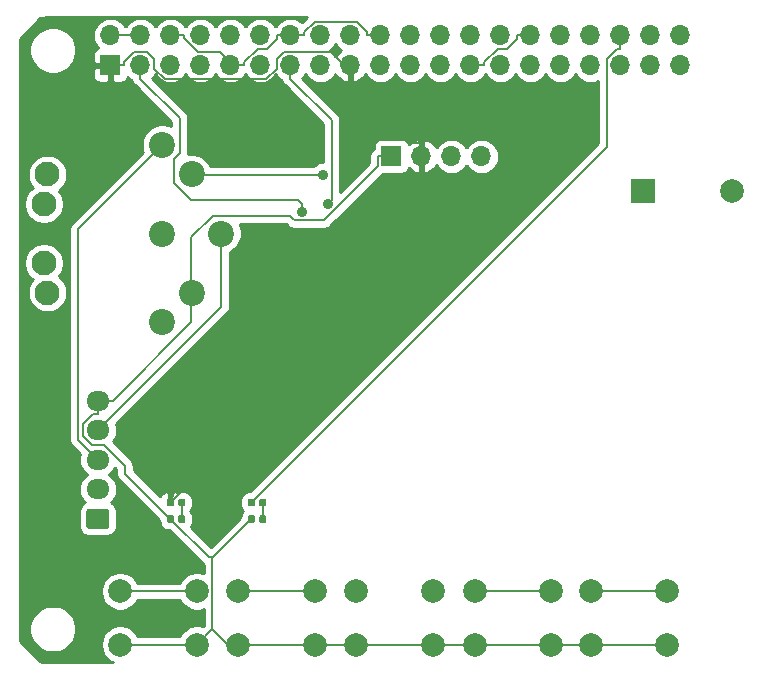
<source format=gtl>
G04 #@! TF.GenerationSoftware,KiCad,Pcbnew,(5.1.0)-1*
G04 #@! TF.CreationDate,2020-07-11T17:50:00+02:00*
G04 #@! TF.ProjectId,Pi1541,50693135-3431-42e6-9b69-6361645f7063,rev?*
G04 #@! TF.SameCoordinates,Original*
G04 #@! TF.FileFunction,Copper,L1,Top*
G04 #@! TF.FilePolarity,Positive*
%FSLAX46Y46*%
G04 Gerber Fmt 4.6, Leading zero omitted, Abs format (unit mm)*
G04 Created by KiCad (PCBNEW (5.1.0)-1) date 2020-07-11 17:50:00*
%MOMM*%
%LPD*%
G04 APERTURE LIST*
%ADD10C,2.100000*%
%ADD11C,2.200000*%
%ADD12R,2.000000X2.000000*%
%ADD13C,2.000000*%
%ADD14R,1.700000X1.700000*%
%ADD15O,1.700000X1.700000*%
%ADD16C,0.150000*%
%ADD17C,1.700000*%
%ADD18O,1.950000X1.700000*%
%ADD19C,0.590000*%
%ADD20C,0.900000*%
%ADD21C,0.200000*%
%ADD22C,0.254000*%
G04 APERTURE END LIST*
D10*
X202740640Y-115512520D03*
X202740640Y-110512520D03*
X203040640Y-118012520D03*
X203040640Y-108012520D03*
D11*
X212740640Y-105512520D03*
X212740640Y-113012520D03*
X212740640Y-120512520D03*
X215240640Y-108012520D03*
X215240640Y-118012520D03*
X217740640Y-113012520D03*
D12*
X253421000Y-109426000D03*
D13*
X261021000Y-109426000D03*
D14*
X232161000Y-106485000D03*
D15*
X234701000Y-106485000D03*
X237241000Y-106485000D03*
X239781000Y-106485000D03*
D13*
X249031000Y-147810000D03*
X249031000Y-143310000D03*
X255531000Y-147810000D03*
X255531000Y-143310000D03*
X245701000Y-143310000D03*
X245701000Y-147810000D03*
X239201000Y-143310000D03*
X239201000Y-147810000D03*
X229201000Y-147810000D03*
X229201000Y-143310000D03*
X235701000Y-147810000D03*
X235701000Y-143310000D03*
X225701000Y-143310000D03*
X225701000Y-147810000D03*
X219201000Y-143310000D03*
X219201000Y-147810000D03*
X209210000Y-147810000D03*
X209210000Y-143310000D03*
X215710000Y-147810000D03*
X215710000Y-143310000D03*
D16*
G36*
X208054504Y-136309204D02*
G01*
X208078773Y-136312804D01*
X208102571Y-136318765D01*
X208125671Y-136327030D01*
X208147849Y-136337520D01*
X208168893Y-136350133D01*
X208188598Y-136364747D01*
X208206777Y-136381223D01*
X208223253Y-136399402D01*
X208237867Y-136419107D01*
X208250480Y-136440151D01*
X208260970Y-136462329D01*
X208269235Y-136485429D01*
X208275196Y-136509227D01*
X208278796Y-136533496D01*
X208280000Y-136558000D01*
X208280000Y-137758000D01*
X208278796Y-137782504D01*
X208275196Y-137806773D01*
X208269235Y-137830571D01*
X208260970Y-137853671D01*
X208250480Y-137875849D01*
X208237867Y-137896893D01*
X208223253Y-137916598D01*
X208206777Y-137934777D01*
X208188598Y-137951253D01*
X208168893Y-137965867D01*
X208147849Y-137978480D01*
X208125671Y-137988970D01*
X208102571Y-137997235D01*
X208078773Y-138003196D01*
X208054504Y-138006796D01*
X208030000Y-138008000D01*
X206580000Y-138008000D01*
X206555496Y-138006796D01*
X206531227Y-138003196D01*
X206507429Y-137997235D01*
X206484329Y-137988970D01*
X206462151Y-137978480D01*
X206441107Y-137965867D01*
X206421402Y-137951253D01*
X206403223Y-137934777D01*
X206386747Y-137916598D01*
X206372133Y-137896893D01*
X206359520Y-137875849D01*
X206349030Y-137853671D01*
X206340765Y-137830571D01*
X206334804Y-137806773D01*
X206331204Y-137782504D01*
X206330000Y-137758000D01*
X206330000Y-136558000D01*
X206331204Y-136533496D01*
X206334804Y-136509227D01*
X206340765Y-136485429D01*
X206349030Y-136462329D01*
X206359520Y-136440151D01*
X206372133Y-136419107D01*
X206386747Y-136399402D01*
X206403223Y-136381223D01*
X206421402Y-136364747D01*
X206441107Y-136350133D01*
X206462151Y-136337520D01*
X206484329Y-136327030D01*
X206507429Y-136318765D01*
X206531227Y-136312804D01*
X206555496Y-136309204D01*
X206580000Y-136308000D01*
X208030000Y-136308000D01*
X208054504Y-136309204D01*
X208054504Y-136309204D01*
G37*
D17*
X207305000Y-137158000D03*
D18*
X207305000Y-134658000D03*
X207305000Y-132158000D03*
X207305000Y-129658000D03*
X207305000Y-127158000D03*
D16*
G36*
X221438958Y-136868710D02*
G01*
X221453276Y-136870834D01*
X221467317Y-136874351D01*
X221480946Y-136879228D01*
X221494031Y-136885417D01*
X221506447Y-136892858D01*
X221518073Y-136901481D01*
X221528798Y-136911202D01*
X221538519Y-136921927D01*
X221547142Y-136933553D01*
X221554583Y-136945969D01*
X221560772Y-136959054D01*
X221565649Y-136972683D01*
X221569166Y-136986724D01*
X221571290Y-137001042D01*
X221572000Y-137015500D01*
X221572000Y-137360500D01*
X221571290Y-137374958D01*
X221569166Y-137389276D01*
X221565649Y-137403317D01*
X221560772Y-137416946D01*
X221554583Y-137430031D01*
X221547142Y-137442447D01*
X221538519Y-137454073D01*
X221528798Y-137464798D01*
X221518073Y-137474519D01*
X221506447Y-137483142D01*
X221494031Y-137490583D01*
X221480946Y-137496772D01*
X221467317Y-137501649D01*
X221453276Y-137505166D01*
X221438958Y-137507290D01*
X221424500Y-137508000D01*
X221129500Y-137508000D01*
X221115042Y-137507290D01*
X221100724Y-137505166D01*
X221086683Y-137501649D01*
X221073054Y-137496772D01*
X221059969Y-137490583D01*
X221047553Y-137483142D01*
X221035927Y-137474519D01*
X221025202Y-137464798D01*
X221015481Y-137454073D01*
X221006858Y-137442447D01*
X220999417Y-137430031D01*
X220993228Y-137416946D01*
X220988351Y-137403317D01*
X220984834Y-137389276D01*
X220982710Y-137374958D01*
X220982000Y-137360500D01*
X220982000Y-137015500D01*
X220982710Y-137001042D01*
X220984834Y-136986724D01*
X220988351Y-136972683D01*
X220993228Y-136959054D01*
X220999417Y-136945969D01*
X221006858Y-136933553D01*
X221015481Y-136921927D01*
X221025202Y-136911202D01*
X221035927Y-136901481D01*
X221047553Y-136892858D01*
X221059969Y-136885417D01*
X221073054Y-136879228D01*
X221086683Y-136874351D01*
X221100724Y-136870834D01*
X221115042Y-136868710D01*
X221129500Y-136868000D01*
X221424500Y-136868000D01*
X221438958Y-136868710D01*
X221438958Y-136868710D01*
G37*
D19*
X221277000Y-137188000D03*
D16*
G36*
X220468958Y-136868710D02*
G01*
X220483276Y-136870834D01*
X220497317Y-136874351D01*
X220510946Y-136879228D01*
X220524031Y-136885417D01*
X220536447Y-136892858D01*
X220548073Y-136901481D01*
X220558798Y-136911202D01*
X220568519Y-136921927D01*
X220577142Y-136933553D01*
X220584583Y-136945969D01*
X220590772Y-136959054D01*
X220595649Y-136972683D01*
X220599166Y-136986724D01*
X220601290Y-137001042D01*
X220602000Y-137015500D01*
X220602000Y-137360500D01*
X220601290Y-137374958D01*
X220599166Y-137389276D01*
X220595649Y-137403317D01*
X220590772Y-137416946D01*
X220584583Y-137430031D01*
X220577142Y-137442447D01*
X220568519Y-137454073D01*
X220558798Y-137464798D01*
X220548073Y-137474519D01*
X220536447Y-137483142D01*
X220524031Y-137490583D01*
X220510946Y-137496772D01*
X220497317Y-137501649D01*
X220483276Y-137505166D01*
X220468958Y-137507290D01*
X220454500Y-137508000D01*
X220159500Y-137508000D01*
X220145042Y-137507290D01*
X220130724Y-137505166D01*
X220116683Y-137501649D01*
X220103054Y-137496772D01*
X220089969Y-137490583D01*
X220077553Y-137483142D01*
X220065927Y-137474519D01*
X220055202Y-137464798D01*
X220045481Y-137454073D01*
X220036858Y-137442447D01*
X220029417Y-137430031D01*
X220023228Y-137416946D01*
X220018351Y-137403317D01*
X220014834Y-137389276D01*
X220012710Y-137374958D01*
X220012000Y-137360500D01*
X220012000Y-137015500D01*
X220012710Y-137001042D01*
X220014834Y-136986724D01*
X220018351Y-136972683D01*
X220023228Y-136959054D01*
X220029417Y-136945969D01*
X220036858Y-136933553D01*
X220045481Y-136921927D01*
X220055202Y-136911202D01*
X220065927Y-136901481D01*
X220077553Y-136892858D01*
X220089969Y-136885417D01*
X220103054Y-136879228D01*
X220116683Y-136874351D01*
X220130724Y-136870834D01*
X220145042Y-136868710D01*
X220159500Y-136868000D01*
X220454500Y-136868000D01*
X220468958Y-136868710D01*
X220468958Y-136868710D01*
G37*
D19*
X220307000Y-137188000D03*
D16*
G36*
X213605958Y-136868710D02*
G01*
X213620276Y-136870834D01*
X213634317Y-136874351D01*
X213647946Y-136879228D01*
X213661031Y-136885417D01*
X213673447Y-136892858D01*
X213685073Y-136901481D01*
X213695798Y-136911202D01*
X213705519Y-136921927D01*
X213714142Y-136933553D01*
X213721583Y-136945969D01*
X213727772Y-136959054D01*
X213732649Y-136972683D01*
X213736166Y-136986724D01*
X213738290Y-137001042D01*
X213739000Y-137015500D01*
X213739000Y-137360500D01*
X213738290Y-137374958D01*
X213736166Y-137389276D01*
X213732649Y-137403317D01*
X213727772Y-137416946D01*
X213721583Y-137430031D01*
X213714142Y-137442447D01*
X213705519Y-137454073D01*
X213695798Y-137464798D01*
X213685073Y-137474519D01*
X213673447Y-137483142D01*
X213661031Y-137490583D01*
X213647946Y-137496772D01*
X213634317Y-137501649D01*
X213620276Y-137505166D01*
X213605958Y-137507290D01*
X213591500Y-137508000D01*
X213296500Y-137508000D01*
X213282042Y-137507290D01*
X213267724Y-137505166D01*
X213253683Y-137501649D01*
X213240054Y-137496772D01*
X213226969Y-137490583D01*
X213214553Y-137483142D01*
X213202927Y-137474519D01*
X213192202Y-137464798D01*
X213182481Y-137454073D01*
X213173858Y-137442447D01*
X213166417Y-137430031D01*
X213160228Y-137416946D01*
X213155351Y-137403317D01*
X213151834Y-137389276D01*
X213149710Y-137374958D01*
X213149000Y-137360500D01*
X213149000Y-137015500D01*
X213149710Y-137001042D01*
X213151834Y-136986724D01*
X213155351Y-136972683D01*
X213160228Y-136959054D01*
X213166417Y-136945969D01*
X213173858Y-136933553D01*
X213182481Y-136921927D01*
X213192202Y-136911202D01*
X213202927Y-136901481D01*
X213214553Y-136892858D01*
X213226969Y-136885417D01*
X213240054Y-136879228D01*
X213253683Y-136874351D01*
X213267724Y-136870834D01*
X213282042Y-136868710D01*
X213296500Y-136868000D01*
X213591500Y-136868000D01*
X213605958Y-136868710D01*
X213605958Y-136868710D01*
G37*
D19*
X213444000Y-137188000D03*
D16*
G36*
X214575958Y-136868710D02*
G01*
X214590276Y-136870834D01*
X214604317Y-136874351D01*
X214617946Y-136879228D01*
X214631031Y-136885417D01*
X214643447Y-136892858D01*
X214655073Y-136901481D01*
X214665798Y-136911202D01*
X214675519Y-136921927D01*
X214684142Y-136933553D01*
X214691583Y-136945969D01*
X214697772Y-136959054D01*
X214702649Y-136972683D01*
X214706166Y-136986724D01*
X214708290Y-137001042D01*
X214709000Y-137015500D01*
X214709000Y-137360500D01*
X214708290Y-137374958D01*
X214706166Y-137389276D01*
X214702649Y-137403317D01*
X214697772Y-137416946D01*
X214691583Y-137430031D01*
X214684142Y-137442447D01*
X214675519Y-137454073D01*
X214665798Y-137464798D01*
X214655073Y-137474519D01*
X214643447Y-137483142D01*
X214631031Y-137490583D01*
X214617946Y-137496772D01*
X214604317Y-137501649D01*
X214590276Y-137505166D01*
X214575958Y-137507290D01*
X214561500Y-137508000D01*
X214266500Y-137508000D01*
X214252042Y-137507290D01*
X214237724Y-137505166D01*
X214223683Y-137501649D01*
X214210054Y-137496772D01*
X214196969Y-137490583D01*
X214184553Y-137483142D01*
X214172927Y-137474519D01*
X214162202Y-137464798D01*
X214152481Y-137454073D01*
X214143858Y-137442447D01*
X214136417Y-137430031D01*
X214130228Y-137416946D01*
X214125351Y-137403317D01*
X214121834Y-137389276D01*
X214119710Y-137374958D01*
X214119000Y-137360500D01*
X214119000Y-137015500D01*
X214119710Y-137001042D01*
X214121834Y-136986724D01*
X214125351Y-136972683D01*
X214130228Y-136959054D01*
X214136417Y-136945969D01*
X214143858Y-136933553D01*
X214152481Y-136921927D01*
X214162202Y-136911202D01*
X214172927Y-136901481D01*
X214184553Y-136892858D01*
X214196969Y-136885417D01*
X214210054Y-136879228D01*
X214223683Y-136874351D01*
X214237724Y-136870834D01*
X214252042Y-136868710D01*
X214266500Y-136868000D01*
X214561500Y-136868000D01*
X214575958Y-136868710D01*
X214575958Y-136868710D01*
G37*
D19*
X214414000Y-137188000D03*
D16*
G36*
X220458958Y-135471710D02*
G01*
X220473276Y-135473834D01*
X220487317Y-135477351D01*
X220500946Y-135482228D01*
X220514031Y-135488417D01*
X220526447Y-135495858D01*
X220538073Y-135504481D01*
X220548798Y-135514202D01*
X220558519Y-135524927D01*
X220567142Y-135536553D01*
X220574583Y-135548969D01*
X220580772Y-135562054D01*
X220585649Y-135575683D01*
X220589166Y-135589724D01*
X220591290Y-135604042D01*
X220592000Y-135618500D01*
X220592000Y-135963500D01*
X220591290Y-135977958D01*
X220589166Y-135992276D01*
X220585649Y-136006317D01*
X220580772Y-136019946D01*
X220574583Y-136033031D01*
X220567142Y-136045447D01*
X220558519Y-136057073D01*
X220548798Y-136067798D01*
X220538073Y-136077519D01*
X220526447Y-136086142D01*
X220514031Y-136093583D01*
X220500946Y-136099772D01*
X220487317Y-136104649D01*
X220473276Y-136108166D01*
X220458958Y-136110290D01*
X220444500Y-136111000D01*
X220149500Y-136111000D01*
X220135042Y-136110290D01*
X220120724Y-136108166D01*
X220106683Y-136104649D01*
X220093054Y-136099772D01*
X220079969Y-136093583D01*
X220067553Y-136086142D01*
X220055927Y-136077519D01*
X220045202Y-136067798D01*
X220035481Y-136057073D01*
X220026858Y-136045447D01*
X220019417Y-136033031D01*
X220013228Y-136019946D01*
X220008351Y-136006317D01*
X220004834Y-135992276D01*
X220002710Y-135977958D01*
X220002000Y-135963500D01*
X220002000Y-135618500D01*
X220002710Y-135604042D01*
X220004834Y-135589724D01*
X220008351Y-135575683D01*
X220013228Y-135562054D01*
X220019417Y-135548969D01*
X220026858Y-135536553D01*
X220035481Y-135524927D01*
X220045202Y-135514202D01*
X220055927Y-135504481D01*
X220067553Y-135495858D01*
X220079969Y-135488417D01*
X220093054Y-135482228D01*
X220106683Y-135477351D01*
X220120724Y-135473834D01*
X220135042Y-135471710D01*
X220149500Y-135471000D01*
X220444500Y-135471000D01*
X220458958Y-135471710D01*
X220458958Y-135471710D01*
G37*
D19*
X220297000Y-135791000D03*
D16*
G36*
X221428958Y-135471710D02*
G01*
X221443276Y-135473834D01*
X221457317Y-135477351D01*
X221470946Y-135482228D01*
X221484031Y-135488417D01*
X221496447Y-135495858D01*
X221508073Y-135504481D01*
X221518798Y-135514202D01*
X221528519Y-135524927D01*
X221537142Y-135536553D01*
X221544583Y-135548969D01*
X221550772Y-135562054D01*
X221555649Y-135575683D01*
X221559166Y-135589724D01*
X221561290Y-135604042D01*
X221562000Y-135618500D01*
X221562000Y-135963500D01*
X221561290Y-135977958D01*
X221559166Y-135992276D01*
X221555649Y-136006317D01*
X221550772Y-136019946D01*
X221544583Y-136033031D01*
X221537142Y-136045447D01*
X221528519Y-136057073D01*
X221518798Y-136067798D01*
X221508073Y-136077519D01*
X221496447Y-136086142D01*
X221484031Y-136093583D01*
X221470946Y-136099772D01*
X221457317Y-136104649D01*
X221443276Y-136108166D01*
X221428958Y-136110290D01*
X221414500Y-136111000D01*
X221119500Y-136111000D01*
X221105042Y-136110290D01*
X221090724Y-136108166D01*
X221076683Y-136104649D01*
X221063054Y-136099772D01*
X221049969Y-136093583D01*
X221037553Y-136086142D01*
X221025927Y-136077519D01*
X221015202Y-136067798D01*
X221005481Y-136057073D01*
X220996858Y-136045447D01*
X220989417Y-136033031D01*
X220983228Y-136019946D01*
X220978351Y-136006317D01*
X220974834Y-135992276D01*
X220972710Y-135977958D01*
X220972000Y-135963500D01*
X220972000Y-135618500D01*
X220972710Y-135604042D01*
X220974834Y-135589724D01*
X220978351Y-135575683D01*
X220983228Y-135562054D01*
X220989417Y-135548969D01*
X220996858Y-135536553D01*
X221005481Y-135524927D01*
X221015202Y-135514202D01*
X221025927Y-135504481D01*
X221037553Y-135495858D01*
X221049969Y-135488417D01*
X221063054Y-135482228D01*
X221076683Y-135477351D01*
X221090724Y-135473834D01*
X221105042Y-135471710D01*
X221119500Y-135471000D01*
X221414500Y-135471000D01*
X221428958Y-135471710D01*
X221428958Y-135471710D01*
G37*
D19*
X221267000Y-135791000D03*
D16*
G36*
X214575958Y-135471710D02*
G01*
X214590276Y-135473834D01*
X214604317Y-135477351D01*
X214617946Y-135482228D01*
X214631031Y-135488417D01*
X214643447Y-135495858D01*
X214655073Y-135504481D01*
X214665798Y-135514202D01*
X214675519Y-135524927D01*
X214684142Y-135536553D01*
X214691583Y-135548969D01*
X214697772Y-135562054D01*
X214702649Y-135575683D01*
X214706166Y-135589724D01*
X214708290Y-135604042D01*
X214709000Y-135618500D01*
X214709000Y-135963500D01*
X214708290Y-135977958D01*
X214706166Y-135992276D01*
X214702649Y-136006317D01*
X214697772Y-136019946D01*
X214691583Y-136033031D01*
X214684142Y-136045447D01*
X214675519Y-136057073D01*
X214665798Y-136067798D01*
X214655073Y-136077519D01*
X214643447Y-136086142D01*
X214631031Y-136093583D01*
X214617946Y-136099772D01*
X214604317Y-136104649D01*
X214590276Y-136108166D01*
X214575958Y-136110290D01*
X214561500Y-136111000D01*
X214266500Y-136111000D01*
X214252042Y-136110290D01*
X214237724Y-136108166D01*
X214223683Y-136104649D01*
X214210054Y-136099772D01*
X214196969Y-136093583D01*
X214184553Y-136086142D01*
X214172927Y-136077519D01*
X214162202Y-136067798D01*
X214152481Y-136057073D01*
X214143858Y-136045447D01*
X214136417Y-136033031D01*
X214130228Y-136019946D01*
X214125351Y-136006317D01*
X214121834Y-135992276D01*
X214119710Y-135977958D01*
X214119000Y-135963500D01*
X214119000Y-135618500D01*
X214119710Y-135604042D01*
X214121834Y-135589724D01*
X214125351Y-135575683D01*
X214130228Y-135562054D01*
X214136417Y-135548969D01*
X214143858Y-135536553D01*
X214152481Y-135524927D01*
X214162202Y-135514202D01*
X214172927Y-135504481D01*
X214184553Y-135495858D01*
X214196969Y-135488417D01*
X214210054Y-135482228D01*
X214223683Y-135477351D01*
X214237724Y-135473834D01*
X214252042Y-135471710D01*
X214266500Y-135471000D01*
X214561500Y-135471000D01*
X214575958Y-135471710D01*
X214575958Y-135471710D01*
G37*
D19*
X214414000Y-135791000D03*
D16*
G36*
X213605958Y-135471710D02*
G01*
X213620276Y-135473834D01*
X213634317Y-135477351D01*
X213647946Y-135482228D01*
X213661031Y-135488417D01*
X213673447Y-135495858D01*
X213685073Y-135504481D01*
X213695798Y-135514202D01*
X213705519Y-135524927D01*
X213714142Y-135536553D01*
X213721583Y-135548969D01*
X213727772Y-135562054D01*
X213732649Y-135575683D01*
X213736166Y-135589724D01*
X213738290Y-135604042D01*
X213739000Y-135618500D01*
X213739000Y-135963500D01*
X213738290Y-135977958D01*
X213736166Y-135992276D01*
X213732649Y-136006317D01*
X213727772Y-136019946D01*
X213721583Y-136033031D01*
X213714142Y-136045447D01*
X213705519Y-136057073D01*
X213695798Y-136067798D01*
X213685073Y-136077519D01*
X213673447Y-136086142D01*
X213661031Y-136093583D01*
X213647946Y-136099772D01*
X213634317Y-136104649D01*
X213620276Y-136108166D01*
X213605958Y-136110290D01*
X213591500Y-136111000D01*
X213296500Y-136111000D01*
X213282042Y-136110290D01*
X213267724Y-136108166D01*
X213253683Y-136104649D01*
X213240054Y-136099772D01*
X213226969Y-136093583D01*
X213214553Y-136086142D01*
X213202927Y-136077519D01*
X213192202Y-136067798D01*
X213182481Y-136057073D01*
X213173858Y-136045447D01*
X213166417Y-136033031D01*
X213160228Y-136019946D01*
X213155351Y-136006317D01*
X213151834Y-135992276D01*
X213149710Y-135977958D01*
X213149000Y-135963500D01*
X213149000Y-135618500D01*
X213149710Y-135604042D01*
X213151834Y-135589724D01*
X213155351Y-135575683D01*
X213160228Y-135562054D01*
X213166417Y-135548969D01*
X213173858Y-135536553D01*
X213182481Y-135524927D01*
X213192202Y-135514202D01*
X213202927Y-135504481D01*
X213214553Y-135495858D01*
X213226969Y-135488417D01*
X213240054Y-135482228D01*
X213253683Y-135477351D01*
X213267724Y-135473834D01*
X213282042Y-135471710D01*
X213296500Y-135471000D01*
X213591500Y-135471000D01*
X213605958Y-135471710D01*
X213605958Y-135471710D01*
G37*
D19*
X213444000Y-135791000D03*
D14*
X208370000Y-98770000D03*
D15*
X208370000Y-96230000D03*
X210910000Y-98770000D03*
X210910000Y-96230000D03*
X213450000Y-98770000D03*
X213450000Y-96230000D03*
X215990000Y-98770000D03*
X215990000Y-96230000D03*
X218530000Y-98770000D03*
X218530000Y-96230000D03*
X221070000Y-98770000D03*
X221070000Y-96230000D03*
X223610000Y-98770000D03*
X223610000Y-96230000D03*
X226150000Y-98770000D03*
X226150000Y-96230000D03*
X228690000Y-98770000D03*
X228690000Y-96230000D03*
X231230000Y-98770000D03*
X231230000Y-96230000D03*
X233770000Y-98770000D03*
X233770000Y-96230000D03*
X236310000Y-98770000D03*
X236310000Y-96230000D03*
X238850000Y-98770000D03*
X238850000Y-96230000D03*
X241390000Y-98770000D03*
X241390000Y-96230000D03*
X243930000Y-98770000D03*
X243930000Y-96230000D03*
X246470000Y-98770000D03*
X246470000Y-96230000D03*
X249010000Y-98770000D03*
X249010000Y-96230000D03*
X251550000Y-98770000D03*
X251550000Y-96230000D03*
X254090000Y-98770000D03*
X254090000Y-96230000D03*
X256630000Y-98770000D03*
X256630000Y-96230000D03*
D20*
X226358100Y-108043000D03*
X224574000Y-111149300D03*
X226795500Y-110488700D03*
D21*
X208370000Y-98770000D02*
X209520300Y-98770000D01*
X228690000Y-99245000D02*
X227064600Y-97619600D01*
X227064600Y-97619600D02*
X223071900Y-97619600D01*
X223071900Y-97619600D02*
X222436700Y-98254800D01*
X222436700Y-98254800D02*
X222436700Y-99087700D01*
X222436700Y-99087700D02*
X221562500Y-99961900D01*
X221562500Y-99961900D02*
X212976900Y-99961900D01*
X212976900Y-99961900D02*
X212060400Y-99045400D01*
X212060400Y-99045400D02*
X212060400Y-98231900D01*
X212060400Y-98231900D02*
X211448200Y-97619700D01*
X211448200Y-97619700D02*
X210382900Y-97619700D01*
X210382900Y-97619700D02*
X209520300Y-98482300D01*
X209520300Y-98482300D02*
X209520300Y-98770000D01*
X228690000Y-99245000D02*
X228690000Y-99920300D01*
X228690000Y-98770000D02*
X228690000Y-99245000D01*
X234701000Y-106485000D02*
X234701000Y-105334700D01*
X228690000Y-99920300D02*
X234104400Y-105334700D01*
X234104400Y-105334700D02*
X234701000Y-105334700D01*
X234701000Y-106485000D02*
X234701000Y-114534000D01*
X234701000Y-114534000D02*
X213444000Y-135791000D01*
X210910000Y-96230000D02*
X208370000Y-96230000D01*
X225701000Y-147810000D02*
X229201000Y-147810000D01*
X219201000Y-147810000D02*
X225701000Y-147810000D01*
X223956600Y-111900600D02*
X226444700Y-111900600D01*
X226444700Y-111900600D02*
X231010700Y-107334600D01*
X231010700Y-107334600D02*
X231010700Y-106485000D01*
X232161000Y-106485000D02*
X231010700Y-106485000D01*
X223610000Y-96230000D02*
X224760300Y-96230000D01*
X231230000Y-96230000D02*
X230079700Y-96230000D01*
X230079700Y-96230000D02*
X230079700Y-95942400D01*
X230079700Y-95942400D02*
X229211700Y-95074400D01*
X229211700Y-95074400D02*
X225677500Y-95074400D01*
X225677500Y-95074400D02*
X224760300Y-95991600D01*
X224760300Y-95991600D02*
X224760300Y-96230000D01*
X207305000Y-127158000D02*
X207305000Y-128308300D01*
X217010400Y-146509600D02*
X215710000Y-147810000D01*
X217010400Y-140428000D02*
X217010400Y-146509600D01*
X219201000Y-147810000D02*
X218310800Y-147810000D01*
X218310800Y-147810000D02*
X217010400Y-146509600D01*
X217010400Y-140428000D02*
X217067000Y-140428000D01*
X217067000Y-140428000D02*
X220307000Y-137188000D01*
X213444000Y-137188000D02*
X216684000Y-140428000D01*
X216684000Y-140428000D02*
X217010400Y-140428000D01*
X213450000Y-96230000D02*
X214600300Y-96230000D01*
X218831400Y-98770000D02*
X217681000Y-97619600D01*
X217681000Y-97619600D02*
X215751500Y-97619600D01*
X215751500Y-97619600D02*
X214600300Y-96468400D01*
X214600300Y-96468400D02*
X214600300Y-96230000D01*
X219105200Y-98770000D02*
X219680300Y-98770000D01*
X218530000Y-98770000D02*
X218831400Y-98770000D01*
X219105200Y-98770000D02*
X218831400Y-98770000D01*
X223610000Y-96230000D02*
X222459700Y-96230000D01*
X222459700Y-96230000D02*
X222459700Y-96517700D01*
X222459700Y-96517700D02*
X221597100Y-97380300D01*
X221597100Y-97380300D02*
X220831600Y-97380300D01*
X220831600Y-97380300D02*
X219680300Y-98531600D01*
X219680300Y-98531600D02*
X219680300Y-98770000D01*
X215710000Y-147810000D02*
X209210000Y-147810000D01*
X238850000Y-98770000D02*
X240000300Y-98770000D01*
X243930000Y-96230000D02*
X242779700Y-96230000D01*
X242779700Y-96230000D02*
X242779700Y-96517700D01*
X242779700Y-96517700D02*
X241917100Y-97380300D01*
X241917100Y-97380300D02*
X241151600Y-97380300D01*
X241151600Y-97380300D02*
X240000300Y-98531600D01*
X240000300Y-98531600D02*
X240000300Y-98770000D01*
X207305000Y-128308300D02*
X206873600Y-128308300D01*
X206873600Y-128308300D02*
X206026500Y-129155400D01*
X206026500Y-129155400D02*
X206026500Y-130153000D01*
X206026500Y-130153000D02*
X206781500Y-130908000D01*
X206781500Y-130908000D02*
X207848500Y-130908000D01*
X207848500Y-130908000D02*
X209597500Y-132657000D01*
X209597500Y-132657000D02*
X209597500Y-133341500D01*
X209597500Y-133341500D02*
X213444000Y-137188000D01*
X255531000Y-147810000D02*
X249031000Y-147810000D01*
X229201000Y-147810000D02*
X235701000Y-147810000D01*
X239201000Y-147810000D02*
X245701000Y-147810000D01*
X235701000Y-147810000D02*
X239201000Y-147810000D01*
X245701000Y-147810000D02*
X249031000Y-147810000D01*
X217020639Y-111512519D02*
X223568519Y-111512519D01*
X223568519Y-111512519D02*
X223867740Y-111811740D01*
X223867740Y-111811740D02*
X223956600Y-111900600D01*
X223781100Y-111725100D02*
X223867740Y-111811740D01*
X207305000Y-127158000D02*
X208580300Y-127158000D01*
X208580300Y-127158000D02*
X215230000Y-120508300D01*
X215230000Y-120508300D02*
X215230000Y-113303158D01*
X215230000Y-113303158D02*
X217020639Y-111512519D01*
X215230000Y-108043000D02*
X226358100Y-108043000D01*
X212730000Y-105543000D02*
X205609300Y-112663700D01*
X205609300Y-112663700D02*
X205609300Y-130462300D01*
X205609300Y-130462300D02*
X207305000Y-132158000D01*
X217730000Y-113043000D02*
X217730000Y-119233000D01*
X217730000Y-119233000D02*
X207305000Y-129658000D01*
X214414000Y-135791000D02*
X214414000Y-137188000D01*
X210910000Y-99920300D02*
X210910000Y-98770000D01*
X213740639Y-108732521D02*
X213740639Y-106732523D01*
X213740639Y-106732523D02*
X214240641Y-106232521D01*
X214240641Y-106232521D02*
X214240641Y-103250941D01*
X214240641Y-103250941D02*
X210910000Y-99920300D01*
X224574000Y-110512904D02*
X224264376Y-110203280D01*
X224574000Y-111149300D02*
X224574000Y-110512904D01*
X215211398Y-110203280D02*
X213740639Y-108732521D01*
X224264376Y-110203280D02*
X215211398Y-110203280D01*
X251550000Y-96230000D02*
X251550000Y-97380300D01*
X251550000Y-97380300D02*
X251262300Y-97380300D01*
X251262300Y-97380300D02*
X250399700Y-98242900D01*
X250399700Y-98242900D02*
X250399700Y-105688300D01*
X250399700Y-105688300D02*
X220297000Y-135791000D01*
X221267000Y-135791000D02*
X221277000Y-135801000D01*
X221277000Y-135801000D02*
X221277000Y-137188000D01*
X239201000Y-143310000D02*
X245701000Y-143310000D01*
X223610000Y-98770000D02*
X223610000Y-99920300D01*
X223610000Y-99920300D02*
X227108500Y-103418800D01*
X227108500Y-103418800D02*
X227108500Y-110175700D01*
X227108500Y-110175700D02*
X226795500Y-110488700D01*
X215710000Y-143310000D02*
X209210000Y-143310000D01*
X219201000Y-143310000D02*
X225701000Y-143310000D01*
X255531000Y-143310000D02*
X249031000Y-143310000D01*
D22*
G36*
X224595080Y-95117374D02*
G01*
X224439014Y-94989294D01*
X224181034Y-94851401D01*
X223901111Y-94766487D01*
X223682950Y-94745000D01*
X223537050Y-94745000D01*
X223318889Y-94766487D01*
X223038966Y-94851401D01*
X222780986Y-94989294D01*
X222554866Y-95174866D01*
X222369294Y-95400986D01*
X222340000Y-95455791D01*
X222310706Y-95400986D01*
X222125134Y-95174866D01*
X221899014Y-94989294D01*
X221641034Y-94851401D01*
X221361111Y-94766487D01*
X221142950Y-94745000D01*
X220997050Y-94745000D01*
X220778889Y-94766487D01*
X220498966Y-94851401D01*
X220240986Y-94989294D01*
X220014866Y-95174866D01*
X219829294Y-95400986D01*
X219800000Y-95455791D01*
X219770706Y-95400986D01*
X219585134Y-95174866D01*
X219359014Y-94989294D01*
X219101034Y-94851401D01*
X218821111Y-94766487D01*
X218602950Y-94745000D01*
X218457050Y-94745000D01*
X218238889Y-94766487D01*
X217958966Y-94851401D01*
X217700986Y-94989294D01*
X217474866Y-95174866D01*
X217289294Y-95400986D01*
X217260000Y-95455791D01*
X217230706Y-95400986D01*
X217045134Y-95174866D01*
X216819014Y-94989294D01*
X216561034Y-94851401D01*
X216281111Y-94766487D01*
X216062950Y-94745000D01*
X215917050Y-94745000D01*
X215698889Y-94766487D01*
X215418966Y-94851401D01*
X215160986Y-94989294D01*
X214934866Y-95174866D01*
X214749294Y-95400986D01*
X214720000Y-95455791D01*
X214690706Y-95400986D01*
X214505134Y-95174866D01*
X214279014Y-94989294D01*
X214021034Y-94851401D01*
X213741111Y-94766487D01*
X213522950Y-94745000D01*
X213377050Y-94745000D01*
X213158889Y-94766487D01*
X212878966Y-94851401D01*
X212620986Y-94989294D01*
X212394866Y-95174866D01*
X212209294Y-95400986D01*
X212180000Y-95455791D01*
X212150706Y-95400986D01*
X211965134Y-95174866D01*
X211739014Y-94989294D01*
X211481034Y-94851401D01*
X211201111Y-94766487D01*
X210982950Y-94745000D01*
X210837050Y-94745000D01*
X210618889Y-94766487D01*
X210338966Y-94851401D01*
X210080986Y-94989294D01*
X209854866Y-95174866D01*
X209669294Y-95400986D01*
X209640000Y-95455791D01*
X209610706Y-95400986D01*
X209425134Y-95174866D01*
X209199014Y-94989294D01*
X208941034Y-94851401D01*
X208661111Y-94766487D01*
X208442950Y-94745000D01*
X208297050Y-94745000D01*
X208078889Y-94766487D01*
X207798966Y-94851401D01*
X207540986Y-94989294D01*
X207314866Y-95174866D01*
X207129294Y-95400986D01*
X206991401Y-95658966D01*
X206906487Y-95938889D01*
X206877815Y-96230000D01*
X206906487Y-96521111D01*
X206991401Y-96801034D01*
X207129294Y-97059014D01*
X207314866Y-97285134D01*
X207344687Y-97309607D01*
X207275820Y-97330498D01*
X207165506Y-97389463D01*
X207068815Y-97468815D01*
X206989463Y-97565506D01*
X206930498Y-97675820D01*
X206894188Y-97795518D01*
X206881928Y-97920000D01*
X206885000Y-98484250D01*
X207043750Y-98643000D01*
X208243000Y-98643000D01*
X208243000Y-98623000D01*
X208497000Y-98623000D01*
X208497000Y-98643000D01*
X208517000Y-98643000D01*
X208517000Y-98897000D01*
X208497000Y-98897000D01*
X208497000Y-100096250D01*
X208655750Y-100255000D01*
X209220000Y-100258072D01*
X209344482Y-100245812D01*
X209464180Y-100209502D01*
X209574494Y-100150537D01*
X209671185Y-100071185D01*
X209750537Y-99974494D01*
X209809502Y-99864180D01*
X209830393Y-99795313D01*
X209854866Y-99825134D01*
X210080986Y-100010706D01*
X210186452Y-100067079D01*
X210195301Y-100096250D01*
X210227663Y-100202932D01*
X210295913Y-100330619D01*
X210387762Y-100442537D01*
X210415808Y-100465554D01*
X213505642Y-103555389D01*
X213505642Y-103951444D01*
X213246721Y-103844195D01*
X212911523Y-103777520D01*
X212569757Y-103777520D01*
X212234559Y-103844195D01*
X211918809Y-103974983D01*
X211634642Y-104164857D01*
X211392977Y-104406522D01*
X211203103Y-104690689D01*
X211072315Y-105006439D01*
X211005640Y-105341637D01*
X211005640Y-105683403D01*
X211072315Y-106018601D01*
X211114092Y-106119461D01*
X205115108Y-112118446D01*
X205087062Y-112141463D01*
X204995213Y-112253381D01*
X204926963Y-112381068D01*
X204907311Y-112445853D01*
X204884935Y-112519615D01*
X204870744Y-112663700D01*
X204874300Y-112699805D01*
X204874301Y-130426185D01*
X204870744Y-130462300D01*
X204884935Y-130606385D01*
X204905143Y-130673000D01*
X204926964Y-130744933D01*
X204995214Y-130872620D01*
X205087063Y-130984538D01*
X205115108Y-131007554D01*
X205776525Y-131668971D01*
X205716487Y-131866889D01*
X205687815Y-132158000D01*
X205716487Y-132449111D01*
X205801401Y-132729034D01*
X205939294Y-132987014D01*
X206124866Y-133213134D01*
X206350986Y-133398706D01*
X206368374Y-133408000D01*
X206350986Y-133417294D01*
X206124866Y-133602866D01*
X205939294Y-133828986D01*
X205801401Y-134086966D01*
X205716487Y-134366889D01*
X205687815Y-134658000D01*
X205716487Y-134949111D01*
X205801401Y-135229034D01*
X205939294Y-135487014D01*
X206124866Y-135713134D01*
X206188337Y-135765223D01*
X206086614Y-135819595D01*
X205952038Y-135930038D01*
X205841595Y-136064614D01*
X205759528Y-136218150D01*
X205708992Y-136384746D01*
X205691928Y-136558000D01*
X205691928Y-137758000D01*
X205708992Y-137931254D01*
X205759528Y-138097850D01*
X205841595Y-138251386D01*
X205952038Y-138385962D01*
X206086614Y-138496405D01*
X206240150Y-138578472D01*
X206406746Y-138629008D01*
X206580000Y-138646072D01*
X208030000Y-138646072D01*
X208203254Y-138629008D01*
X208369850Y-138578472D01*
X208523386Y-138496405D01*
X208657962Y-138385962D01*
X208768405Y-138251386D01*
X208850472Y-138097850D01*
X208901008Y-137931254D01*
X208918072Y-137758000D01*
X208918072Y-136558000D01*
X208901008Y-136384746D01*
X208850472Y-136218150D01*
X208768405Y-136064614D01*
X208657962Y-135930038D01*
X208523386Y-135819595D01*
X208421663Y-135765223D01*
X208485134Y-135713134D01*
X208670706Y-135487014D01*
X208808599Y-135229034D01*
X208893513Y-134949111D01*
X208922185Y-134658000D01*
X208893513Y-134366889D01*
X208808599Y-134086966D01*
X208670706Y-133828986D01*
X208485134Y-133602866D01*
X208259014Y-133417294D01*
X208241626Y-133408000D01*
X208259014Y-133398706D01*
X208485134Y-133213134D01*
X208670706Y-132987014D01*
X208746419Y-132845365D01*
X208862500Y-132961447D01*
X208862500Y-133305395D01*
X208858944Y-133341500D01*
X208862500Y-133377605D01*
X208873135Y-133485585D01*
X208915164Y-133624133D01*
X208983414Y-133751820D01*
X209075263Y-133863738D01*
X209103308Y-133886754D01*
X212510928Y-137294375D01*
X212510928Y-137360500D01*
X212526023Y-137513757D01*
X212570726Y-137661125D01*
X212643321Y-137796940D01*
X212741017Y-137915983D01*
X212860060Y-138013679D01*
X212995875Y-138086274D01*
X213143243Y-138130977D01*
X213296500Y-138146072D01*
X213362626Y-138146072D01*
X216138746Y-140922193D01*
X216161762Y-140950238D01*
X216273680Y-141042087D01*
X216275400Y-141043006D01*
X216275400Y-141774485D01*
X216186912Y-141737832D01*
X215871033Y-141675000D01*
X215548967Y-141675000D01*
X215233088Y-141737832D01*
X214935537Y-141861082D01*
X214667748Y-142040013D01*
X214440013Y-142267748D01*
X214261082Y-142535537D01*
X214244736Y-142575000D01*
X210675264Y-142575000D01*
X210658918Y-142535537D01*
X210479987Y-142267748D01*
X210252252Y-142040013D01*
X209984463Y-141861082D01*
X209686912Y-141737832D01*
X209371033Y-141675000D01*
X209048967Y-141675000D01*
X208733088Y-141737832D01*
X208435537Y-141861082D01*
X208167748Y-142040013D01*
X207940013Y-142267748D01*
X207761082Y-142535537D01*
X207637832Y-142833088D01*
X207575000Y-143148967D01*
X207575000Y-143471033D01*
X207637832Y-143786912D01*
X207761082Y-144084463D01*
X207940013Y-144352252D01*
X208167748Y-144579987D01*
X208435537Y-144758918D01*
X208733088Y-144882168D01*
X209048967Y-144945000D01*
X209371033Y-144945000D01*
X209686912Y-144882168D01*
X209984463Y-144758918D01*
X210252252Y-144579987D01*
X210479987Y-144352252D01*
X210658918Y-144084463D01*
X210675264Y-144045000D01*
X214244736Y-144045000D01*
X214261082Y-144084463D01*
X214440013Y-144352252D01*
X214667748Y-144579987D01*
X214935537Y-144758918D01*
X215233088Y-144882168D01*
X215548967Y-144945000D01*
X215871033Y-144945000D01*
X216186912Y-144882168D01*
X216275401Y-144845515D01*
X216275401Y-146205152D01*
X216226375Y-146254178D01*
X216186912Y-146237832D01*
X215871033Y-146175000D01*
X215548967Y-146175000D01*
X215233088Y-146237832D01*
X214935537Y-146361082D01*
X214667748Y-146540013D01*
X214440013Y-146767748D01*
X214261082Y-147035537D01*
X214244736Y-147075000D01*
X210675264Y-147075000D01*
X210658918Y-147035537D01*
X210479987Y-146767748D01*
X210252252Y-146540013D01*
X209984463Y-146361082D01*
X209686912Y-146237832D01*
X209371033Y-146175000D01*
X209048967Y-146175000D01*
X208733088Y-146237832D01*
X208435537Y-146361082D01*
X208167748Y-146540013D01*
X207940013Y-146767748D01*
X207761082Y-147035537D01*
X207637832Y-147333088D01*
X207575000Y-147648967D01*
X207575000Y-147971033D01*
X207637832Y-148286912D01*
X207761082Y-148584463D01*
X207940013Y-148852252D01*
X208167748Y-149079987D01*
X208435537Y-149258918D01*
X208570931Y-149315000D01*
X203033504Y-149315000D01*
X202550984Y-149267688D01*
X202444013Y-149235392D01*
X200755390Y-147529086D01*
X200735500Y-147464834D01*
X200685000Y-146984346D01*
X200685000Y-146304495D01*
X201515000Y-146304495D01*
X201515000Y-146695505D01*
X201591282Y-147079003D01*
X201740915Y-147440250D01*
X201958149Y-147765364D01*
X202234636Y-148041851D01*
X202559750Y-148259085D01*
X202920997Y-148408718D01*
X203304495Y-148485000D01*
X203695505Y-148485000D01*
X204079003Y-148408718D01*
X204440250Y-148259085D01*
X204765364Y-148041851D01*
X205041851Y-147765364D01*
X205259085Y-147440250D01*
X205408718Y-147079003D01*
X205485000Y-146695505D01*
X205485000Y-146304495D01*
X205408718Y-145920997D01*
X205259085Y-145559750D01*
X205041851Y-145234636D01*
X204765364Y-144958149D01*
X204440250Y-144740915D01*
X204079003Y-144591282D01*
X203695505Y-144515000D01*
X203304495Y-144515000D01*
X202920997Y-144591282D01*
X202559750Y-144740915D01*
X202234636Y-144958149D01*
X201958149Y-145234636D01*
X201740915Y-145559750D01*
X201591282Y-145920997D01*
X201515000Y-146304495D01*
X200685000Y-146304495D01*
X200685000Y-115346562D01*
X201055640Y-115346562D01*
X201055640Y-115678478D01*
X201120394Y-116004016D01*
X201247412Y-116310667D01*
X201431815Y-116586645D01*
X201666515Y-116821345D01*
X201775826Y-116894384D01*
X201731815Y-116938395D01*
X201547412Y-117214373D01*
X201420394Y-117521024D01*
X201355640Y-117846562D01*
X201355640Y-118178478D01*
X201420394Y-118504016D01*
X201547412Y-118810667D01*
X201731815Y-119086645D01*
X201966515Y-119321345D01*
X202242493Y-119505748D01*
X202549144Y-119632766D01*
X202874682Y-119697520D01*
X203206598Y-119697520D01*
X203532136Y-119632766D01*
X203838787Y-119505748D01*
X204114765Y-119321345D01*
X204349465Y-119086645D01*
X204533868Y-118810667D01*
X204660886Y-118504016D01*
X204725640Y-118178478D01*
X204725640Y-117846562D01*
X204660886Y-117521024D01*
X204533868Y-117214373D01*
X204349465Y-116938395D01*
X204114765Y-116703695D01*
X204005454Y-116630656D01*
X204049465Y-116586645D01*
X204233868Y-116310667D01*
X204360886Y-116004016D01*
X204425640Y-115678478D01*
X204425640Y-115346562D01*
X204360886Y-115021024D01*
X204233868Y-114714373D01*
X204049465Y-114438395D01*
X203814765Y-114203695D01*
X203538787Y-114019292D01*
X203232136Y-113892274D01*
X202906598Y-113827520D01*
X202574682Y-113827520D01*
X202249144Y-113892274D01*
X201942493Y-114019292D01*
X201666515Y-114203695D01*
X201431815Y-114438395D01*
X201247412Y-114714373D01*
X201120394Y-115021024D01*
X201055640Y-115346562D01*
X200685000Y-115346562D01*
X200685000Y-110346562D01*
X201055640Y-110346562D01*
X201055640Y-110678478D01*
X201120394Y-111004016D01*
X201247412Y-111310667D01*
X201431815Y-111586645D01*
X201666515Y-111821345D01*
X201942493Y-112005748D01*
X202249144Y-112132766D01*
X202574682Y-112197520D01*
X202906598Y-112197520D01*
X203232136Y-112132766D01*
X203538787Y-112005748D01*
X203814765Y-111821345D01*
X204049465Y-111586645D01*
X204233868Y-111310667D01*
X204360886Y-111004016D01*
X204425640Y-110678478D01*
X204425640Y-110346562D01*
X204360886Y-110021024D01*
X204233868Y-109714373D01*
X204049465Y-109438395D01*
X204005454Y-109394384D01*
X204114765Y-109321345D01*
X204349465Y-109086645D01*
X204533868Y-108810667D01*
X204660886Y-108504016D01*
X204725640Y-108178478D01*
X204725640Y-107846562D01*
X204660886Y-107521024D01*
X204533868Y-107214373D01*
X204349465Y-106938395D01*
X204114765Y-106703695D01*
X203838787Y-106519292D01*
X203532136Y-106392274D01*
X203206598Y-106327520D01*
X202874682Y-106327520D01*
X202549144Y-106392274D01*
X202242493Y-106519292D01*
X201966515Y-106703695D01*
X201731815Y-106938395D01*
X201547412Y-107214373D01*
X201420394Y-107521024D01*
X201355640Y-107846562D01*
X201355640Y-108178478D01*
X201420394Y-108504016D01*
X201547412Y-108810667D01*
X201731815Y-109086645D01*
X201775826Y-109130656D01*
X201666515Y-109203695D01*
X201431815Y-109438395D01*
X201247412Y-109714373D01*
X201120394Y-110021024D01*
X201055640Y-110346562D01*
X200685000Y-110346562D01*
X200685000Y-99620000D01*
X206881928Y-99620000D01*
X206894188Y-99744482D01*
X206930498Y-99864180D01*
X206989463Y-99974494D01*
X207068815Y-100071185D01*
X207165506Y-100150537D01*
X207275820Y-100209502D01*
X207395518Y-100245812D01*
X207520000Y-100258072D01*
X208084250Y-100255000D01*
X208243000Y-100096250D01*
X208243000Y-98897000D01*
X207043750Y-98897000D01*
X206885000Y-99055750D01*
X206881928Y-99620000D01*
X200685000Y-99620000D01*
X200685000Y-97304495D01*
X201515000Y-97304495D01*
X201515000Y-97695505D01*
X201591282Y-98079003D01*
X201740915Y-98440250D01*
X201958149Y-98765364D01*
X202234636Y-99041851D01*
X202559750Y-99259085D01*
X202920997Y-99408718D01*
X203304495Y-99485000D01*
X203695505Y-99485000D01*
X204079003Y-99408718D01*
X204440250Y-99259085D01*
X204765364Y-99041851D01*
X205041851Y-98765364D01*
X205259085Y-98440250D01*
X205408718Y-98079003D01*
X205485000Y-97695505D01*
X205485000Y-97304495D01*
X205408718Y-96920997D01*
X205259085Y-96559750D01*
X205041851Y-96234636D01*
X204765364Y-95958149D01*
X204440250Y-95740915D01*
X204079003Y-95591282D01*
X203695505Y-95515000D01*
X203304495Y-95515000D01*
X202920997Y-95591282D01*
X202559750Y-95740915D01*
X202234636Y-95958149D01*
X201958149Y-96234636D01*
X201740915Y-96559750D01*
X201591282Y-96920997D01*
X201515000Y-97304495D01*
X200685000Y-97304495D01*
X200685000Y-97033505D01*
X200732312Y-96550984D01*
X200766016Y-96439350D01*
X202440589Y-94764777D01*
X202535161Y-94735502D01*
X203015654Y-94685000D01*
X225027453Y-94685000D01*
X224595080Y-95117374D01*
X224595080Y-95117374D01*
G37*
X224595080Y-95117374D02*
X224439014Y-94989294D01*
X224181034Y-94851401D01*
X223901111Y-94766487D01*
X223682950Y-94745000D01*
X223537050Y-94745000D01*
X223318889Y-94766487D01*
X223038966Y-94851401D01*
X222780986Y-94989294D01*
X222554866Y-95174866D01*
X222369294Y-95400986D01*
X222340000Y-95455791D01*
X222310706Y-95400986D01*
X222125134Y-95174866D01*
X221899014Y-94989294D01*
X221641034Y-94851401D01*
X221361111Y-94766487D01*
X221142950Y-94745000D01*
X220997050Y-94745000D01*
X220778889Y-94766487D01*
X220498966Y-94851401D01*
X220240986Y-94989294D01*
X220014866Y-95174866D01*
X219829294Y-95400986D01*
X219800000Y-95455791D01*
X219770706Y-95400986D01*
X219585134Y-95174866D01*
X219359014Y-94989294D01*
X219101034Y-94851401D01*
X218821111Y-94766487D01*
X218602950Y-94745000D01*
X218457050Y-94745000D01*
X218238889Y-94766487D01*
X217958966Y-94851401D01*
X217700986Y-94989294D01*
X217474866Y-95174866D01*
X217289294Y-95400986D01*
X217260000Y-95455791D01*
X217230706Y-95400986D01*
X217045134Y-95174866D01*
X216819014Y-94989294D01*
X216561034Y-94851401D01*
X216281111Y-94766487D01*
X216062950Y-94745000D01*
X215917050Y-94745000D01*
X215698889Y-94766487D01*
X215418966Y-94851401D01*
X215160986Y-94989294D01*
X214934866Y-95174866D01*
X214749294Y-95400986D01*
X214720000Y-95455791D01*
X214690706Y-95400986D01*
X214505134Y-95174866D01*
X214279014Y-94989294D01*
X214021034Y-94851401D01*
X213741111Y-94766487D01*
X213522950Y-94745000D01*
X213377050Y-94745000D01*
X213158889Y-94766487D01*
X212878966Y-94851401D01*
X212620986Y-94989294D01*
X212394866Y-95174866D01*
X212209294Y-95400986D01*
X212180000Y-95455791D01*
X212150706Y-95400986D01*
X211965134Y-95174866D01*
X211739014Y-94989294D01*
X211481034Y-94851401D01*
X211201111Y-94766487D01*
X210982950Y-94745000D01*
X210837050Y-94745000D01*
X210618889Y-94766487D01*
X210338966Y-94851401D01*
X210080986Y-94989294D01*
X209854866Y-95174866D01*
X209669294Y-95400986D01*
X209640000Y-95455791D01*
X209610706Y-95400986D01*
X209425134Y-95174866D01*
X209199014Y-94989294D01*
X208941034Y-94851401D01*
X208661111Y-94766487D01*
X208442950Y-94745000D01*
X208297050Y-94745000D01*
X208078889Y-94766487D01*
X207798966Y-94851401D01*
X207540986Y-94989294D01*
X207314866Y-95174866D01*
X207129294Y-95400986D01*
X206991401Y-95658966D01*
X206906487Y-95938889D01*
X206877815Y-96230000D01*
X206906487Y-96521111D01*
X206991401Y-96801034D01*
X207129294Y-97059014D01*
X207314866Y-97285134D01*
X207344687Y-97309607D01*
X207275820Y-97330498D01*
X207165506Y-97389463D01*
X207068815Y-97468815D01*
X206989463Y-97565506D01*
X206930498Y-97675820D01*
X206894188Y-97795518D01*
X206881928Y-97920000D01*
X206885000Y-98484250D01*
X207043750Y-98643000D01*
X208243000Y-98643000D01*
X208243000Y-98623000D01*
X208497000Y-98623000D01*
X208497000Y-98643000D01*
X208517000Y-98643000D01*
X208517000Y-98897000D01*
X208497000Y-98897000D01*
X208497000Y-100096250D01*
X208655750Y-100255000D01*
X209220000Y-100258072D01*
X209344482Y-100245812D01*
X209464180Y-100209502D01*
X209574494Y-100150537D01*
X209671185Y-100071185D01*
X209750537Y-99974494D01*
X209809502Y-99864180D01*
X209830393Y-99795313D01*
X209854866Y-99825134D01*
X210080986Y-100010706D01*
X210186452Y-100067079D01*
X210195301Y-100096250D01*
X210227663Y-100202932D01*
X210295913Y-100330619D01*
X210387762Y-100442537D01*
X210415808Y-100465554D01*
X213505642Y-103555389D01*
X213505642Y-103951444D01*
X213246721Y-103844195D01*
X212911523Y-103777520D01*
X212569757Y-103777520D01*
X212234559Y-103844195D01*
X211918809Y-103974983D01*
X211634642Y-104164857D01*
X211392977Y-104406522D01*
X211203103Y-104690689D01*
X211072315Y-105006439D01*
X211005640Y-105341637D01*
X211005640Y-105683403D01*
X211072315Y-106018601D01*
X211114092Y-106119461D01*
X205115108Y-112118446D01*
X205087062Y-112141463D01*
X204995213Y-112253381D01*
X204926963Y-112381068D01*
X204907311Y-112445853D01*
X204884935Y-112519615D01*
X204870744Y-112663700D01*
X204874300Y-112699805D01*
X204874301Y-130426185D01*
X204870744Y-130462300D01*
X204884935Y-130606385D01*
X204905143Y-130673000D01*
X204926964Y-130744933D01*
X204995214Y-130872620D01*
X205087063Y-130984538D01*
X205115108Y-131007554D01*
X205776525Y-131668971D01*
X205716487Y-131866889D01*
X205687815Y-132158000D01*
X205716487Y-132449111D01*
X205801401Y-132729034D01*
X205939294Y-132987014D01*
X206124866Y-133213134D01*
X206350986Y-133398706D01*
X206368374Y-133408000D01*
X206350986Y-133417294D01*
X206124866Y-133602866D01*
X205939294Y-133828986D01*
X205801401Y-134086966D01*
X205716487Y-134366889D01*
X205687815Y-134658000D01*
X205716487Y-134949111D01*
X205801401Y-135229034D01*
X205939294Y-135487014D01*
X206124866Y-135713134D01*
X206188337Y-135765223D01*
X206086614Y-135819595D01*
X205952038Y-135930038D01*
X205841595Y-136064614D01*
X205759528Y-136218150D01*
X205708992Y-136384746D01*
X205691928Y-136558000D01*
X205691928Y-137758000D01*
X205708992Y-137931254D01*
X205759528Y-138097850D01*
X205841595Y-138251386D01*
X205952038Y-138385962D01*
X206086614Y-138496405D01*
X206240150Y-138578472D01*
X206406746Y-138629008D01*
X206580000Y-138646072D01*
X208030000Y-138646072D01*
X208203254Y-138629008D01*
X208369850Y-138578472D01*
X208523386Y-138496405D01*
X208657962Y-138385962D01*
X208768405Y-138251386D01*
X208850472Y-138097850D01*
X208901008Y-137931254D01*
X208918072Y-137758000D01*
X208918072Y-136558000D01*
X208901008Y-136384746D01*
X208850472Y-136218150D01*
X208768405Y-136064614D01*
X208657962Y-135930038D01*
X208523386Y-135819595D01*
X208421663Y-135765223D01*
X208485134Y-135713134D01*
X208670706Y-135487014D01*
X208808599Y-135229034D01*
X208893513Y-134949111D01*
X208922185Y-134658000D01*
X208893513Y-134366889D01*
X208808599Y-134086966D01*
X208670706Y-133828986D01*
X208485134Y-133602866D01*
X208259014Y-133417294D01*
X208241626Y-133408000D01*
X208259014Y-133398706D01*
X208485134Y-133213134D01*
X208670706Y-132987014D01*
X208746419Y-132845365D01*
X208862500Y-132961447D01*
X208862500Y-133305395D01*
X208858944Y-133341500D01*
X208862500Y-133377605D01*
X208873135Y-133485585D01*
X208915164Y-133624133D01*
X208983414Y-133751820D01*
X209075263Y-133863738D01*
X209103308Y-133886754D01*
X212510928Y-137294375D01*
X212510928Y-137360500D01*
X212526023Y-137513757D01*
X212570726Y-137661125D01*
X212643321Y-137796940D01*
X212741017Y-137915983D01*
X212860060Y-138013679D01*
X212995875Y-138086274D01*
X213143243Y-138130977D01*
X213296500Y-138146072D01*
X213362626Y-138146072D01*
X216138746Y-140922193D01*
X216161762Y-140950238D01*
X216273680Y-141042087D01*
X216275400Y-141043006D01*
X216275400Y-141774485D01*
X216186912Y-141737832D01*
X215871033Y-141675000D01*
X215548967Y-141675000D01*
X215233088Y-141737832D01*
X214935537Y-141861082D01*
X214667748Y-142040013D01*
X214440013Y-142267748D01*
X214261082Y-142535537D01*
X214244736Y-142575000D01*
X210675264Y-142575000D01*
X210658918Y-142535537D01*
X210479987Y-142267748D01*
X210252252Y-142040013D01*
X209984463Y-141861082D01*
X209686912Y-141737832D01*
X209371033Y-141675000D01*
X209048967Y-141675000D01*
X208733088Y-141737832D01*
X208435537Y-141861082D01*
X208167748Y-142040013D01*
X207940013Y-142267748D01*
X207761082Y-142535537D01*
X207637832Y-142833088D01*
X207575000Y-143148967D01*
X207575000Y-143471033D01*
X207637832Y-143786912D01*
X207761082Y-144084463D01*
X207940013Y-144352252D01*
X208167748Y-144579987D01*
X208435537Y-144758918D01*
X208733088Y-144882168D01*
X209048967Y-144945000D01*
X209371033Y-144945000D01*
X209686912Y-144882168D01*
X209984463Y-144758918D01*
X210252252Y-144579987D01*
X210479987Y-144352252D01*
X210658918Y-144084463D01*
X210675264Y-144045000D01*
X214244736Y-144045000D01*
X214261082Y-144084463D01*
X214440013Y-144352252D01*
X214667748Y-144579987D01*
X214935537Y-144758918D01*
X215233088Y-144882168D01*
X215548967Y-144945000D01*
X215871033Y-144945000D01*
X216186912Y-144882168D01*
X216275401Y-144845515D01*
X216275401Y-146205152D01*
X216226375Y-146254178D01*
X216186912Y-146237832D01*
X215871033Y-146175000D01*
X215548967Y-146175000D01*
X215233088Y-146237832D01*
X214935537Y-146361082D01*
X214667748Y-146540013D01*
X214440013Y-146767748D01*
X214261082Y-147035537D01*
X214244736Y-147075000D01*
X210675264Y-147075000D01*
X210658918Y-147035537D01*
X210479987Y-146767748D01*
X210252252Y-146540013D01*
X209984463Y-146361082D01*
X209686912Y-146237832D01*
X209371033Y-146175000D01*
X209048967Y-146175000D01*
X208733088Y-146237832D01*
X208435537Y-146361082D01*
X208167748Y-146540013D01*
X207940013Y-146767748D01*
X207761082Y-147035537D01*
X207637832Y-147333088D01*
X207575000Y-147648967D01*
X207575000Y-147971033D01*
X207637832Y-148286912D01*
X207761082Y-148584463D01*
X207940013Y-148852252D01*
X208167748Y-149079987D01*
X208435537Y-149258918D01*
X208570931Y-149315000D01*
X203033504Y-149315000D01*
X202550984Y-149267688D01*
X202444013Y-149235392D01*
X200755390Y-147529086D01*
X200735500Y-147464834D01*
X200685000Y-146984346D01*
X200685000Y-146304495D01*
X201515000Y-146304495D01*
X201515000Y-146695505D01*
X201591282Y-147079003D01*
X201740915Y-147440250D01*
X201958149Y-147765364D01*
X202234636Y-148041851D01*
X202559750Y-148259085D01*
X202920997Y-148408718D01*
X203304495Y-148485000D01*
X203695505Y-148485000D01*
X204079003Y-148408718D01*
X204440250Y-148259085D01*
X204765364Y-148041851D01*
X205041851Y-147765364D01*
X205259085Y-147440250D01*
X205408718Y-147079003D01*
X205485000Y-146695505D01*
X205485000Y-146304495D01*
X205408718Y-145920997D01*
X205259085Y-145559750D01*
X205041851Y-145234636D01*
X204765364Y-144958149D01*
X204440250Y-144740915D01*
X204079003Y-144591282D01*
X203695505Y-144515000D01*
X203304495Y-144515000D01*
X202920997Y-144591282D01*
X202559750Y-144740915D01*
X202234636Y-144958149D01*
X201958149Y-145234636D01*
X201740915Y-145559750D01*
X201591282Y-145920997D01*
X201515000Y-146304495D01*
X200685000Y-146304495D01*
X200685000Y-115346562D01*
X201055640Y-115346562D01*
X201055640Y-115678478D01*
X201120394Y-116004016D01*
X201247412Y-116310667D01*
X201431815Y-116586645D01*
X201666515Y-116821345D01*
X201775826Y-116894384D01*
X201731815Y-116938395D01*
X201547412Y-117214373D01*
X201420394Y-117521024D01*
X201355640Y-117846562D01*
X201355640Y-118178478D01*
X201420394Y-118504016D01*
X201547412Y-118810667D01*
X201731815Y-119086645D01*
X201966515Y-119321345D01*
X202242493Y-119505748D01*
X202549144Y-119632766D01*
X202874682Y-119697520D01*
X203206598Y-119697520D01*
X203532136Y-119632766D01*
X203838787Y-119505748D01*
X204114765Y-119321345D01*
X204349465Y-119086645D01*
X204533868Y-118810667D01*
X204660886Y-118504016D01*
X204725640Y-118178478D01*
X204725640Y-117846562D01*
X204660886Y-117521024D01*
X204533868Y-117214373D01*
X204349465Y-116938395D01*
X204114765Y-116703695D01*
X204005454Y-116630656D01*
X204049465Y-116586645D01*
X204233868Y-116310667D01*
X204360886Y-116004016D01*
X204425640Y-115678478D01*
X204425640Y-115346562D01*
X204360886Y-115021024D01*
X204233868Y-114714373D01*
X204049465Y-114438395D01*
X203814765Y-114203695D01*
X203538787Y-114019292D01*
X203232136Y-113892274D01*
X202906598Y-113827520D01*
X202574682Y-113827520D01*
X202249144Y-113892274D01*
X201942493Y-114019292D01*
X201666515Y-114203695D01*
X201431815Y-114438395D01*
X201247412Y-114714373D01*
X201120394Y-115021024D01*
X201055640Y-115346562D01*
X200685000Y-115346562D01*
X200685000Y-110346562D01*
X201055640Y-110346562D01*
X201055640Y-110678478D01*
X201120394Y-111004016D01*
X201247412Y-111310667D01*
X201431815Y-111586645D01*
X201666515Y-111821345D01*
X201942493Y-112005748D01*
X202249144Y-112132766D01*
X202574682Y-112197520D01*
X202906598Y-112197520D01*
X203232136Y-112132766D01*
X203538787Y-112005748D01*
X203814765Y-111821345D01*
X204049465Y-111586645D01*
X204233868Y-111310667D01*
X204360886Y-111004016D01*
X204425640Y-110678478D01*
X204425640Y-110346562D01*
X204360886Y-110021024D01*
X204233868Y-109714373D01*
X204049465Y-109438395D01*
X204005454Y-109394384D01*
X204114765Y-109321345D01*
X204349465Y-109086645D01*
X204533868Y-108810667D01*
X204660886Y-108504016D01*
X204725640Y-108178478D01*
X204725640Y-107846562D01*
X204660886Y-107521024D01*
X204533868Y-107214373D01*
X204349465Y-106938395D01*
X204114765Y-106703695D01*
X203838787Y-106519292D01*
X203532136Y-106392274D01*
X203206598Y-106327520D01*
X202874682Y-106327520D01*
X202549144Y-106392274D01*
X202242493Y-106519292D01*
X201966515Y-106703695D01*
X201731815Y-106938395D01*
X201547412Y-107214373D01*
X201420394Y-107521024D01*
X201355640Y-107846562D01*
X201355640Y-108178478D01*
X201420394Y-108504016D01*
X201547412Y-108810667D01*
X201731815Y-109086645D01*
X201775826Y-109130656D01*
X201666515Y-109203695D01*
X201431815Y-109438395D01*
X201247412Y-109714373D01*
X201120394Y-110021024D01*
X201055640Y-110346562D01*
X200685000Y-110346562D01*
X200685000Y-99620000D01*
X206881928Y-99620000D01*
X206894188Y-99744482D01*
X206930498Y-99864180D01*
X206989463Y-99974494D01*
X207068815Y-100071185D01*
X207165506Y-100150537D01*
X207275820Y-100209502D01*
X207395518Y-100245812D01*
X207520000Y-100258072D01*
X208084250Y-100255000D01*
X208243000Y-100096250D01*
X208243000Y-98897000D01*
X207043750Y-98897000D01*
X206885000Y-99055750D01*
X206881928Y-99620000D01*
X200685000Y-99620000D01*
X200685000Y-97304495D01*
X201515000Y-97304495D01*
X201515000Y-97695505D01*
X201591282Y-98079003D01*
X201740915Y-98440250D01*
X201958149Y-98765364D01*
X202234636Y-99041851D01*
X202559750Y-99259085D01*
X202920997Y-99408718D01*
X203304495Y-99485000D01*
X203695505Y-99485000D01*
X204079003Y-99408718D01*
X204440250Y-99259085D01*
X204765364Y-99041851D01*
X205041851Y-98765364D01*
X205259085Y-98440250D01*
X205408718Y-98079003D01*
X205485000Y-97695505D01*
X205485000Y-97304495D01*
X205408718Y-96920997D01*
X205259085Y-96559750D01*
X205041851Y-96234636D01*
X204765364Y-95958149D01*
X204440250Y-95740915D01*
X204079003Y-95591282D01*
X203695505Y-95515000D01*
X203304495Y-95515000D01*
X202920997Y-95591282D01*
X202559750Y-95740915D01*
X202234636Y-95958149D01*
X201958149Y-96234636D01*
X201740915Y-96559750D01*
X201591282Y-96920997D01*
X201515000Y-97304495D01*
X200685000Y-97304495D01*
X200685000Y-97033505D01*
X200732312Y-96550984D01*
X200766016Y-96439350D01*
X202440589Y-94764777D01*
X202535161Y-94735502D01*
X203015654Y-94685000D01*
X225027453Y-94685000D01*
X224595080Y-95117374D01*
G36*
X228817000Y-98643000D02*
G01*
X228837000Y-98643000D01*
X228837000Y-98897000D01*
X228817000Y-98897000D01*
X228817000Y-100090155D01*
X229046890Y-100211476D01*
X229194099Y-100166825D01*
X229456920Y-100041641D01*
X229690269Y-99867588D01*
X229885178Y-99651355D01*
X229954799Y-99534477D01*
X229989294Y-99599014D01*
X230174866Y-99825134D01*
X230400986Y-100010706D01*
X230658966Y-100148599D01*
X230938889Y-100233513D01*
X231157050Y-100255000D01*
X231302950Y-100255000D01*
X231521111Y-100233513D01*
X231801034Y-100148599D01*
X232059014Y-100010706D01*
X232285134Y-99825134D01*
X232470706Y-99599014D01*
X232500000Y-99544209D01*
X232529294Y-99599014D01*
X232714866Y-99825134D01*
X232940986Y-100010706D01*
X233198966Y-100148599D01*
X233478889Y-100233513D01*
X233697050Y-100255000D01*
X233842950Y-100255000D01*
X234061111Y-100233513D01*
X234341034Y-100148599D01*
X234599014Y-100010706D01*
X234825134Y-99825134D01*
X235010706Y-99599014D01*
X235040000Y-99544209D01*
X235069294Y-99599014D01*
X235254866Y-99825134D01*
X235480986Y-100010706D01*
X235738966Y-100148599D01*
X236018889Y-100233513D01*
X236237050Y-100255000D01*
X236382950Y-100255000D01*
X236601111Y-100233513D01*
X236881034Y-100148599D01*
X237139014Y-100010706D01*
X237365134Y-99825134D01*
X237550706Y-99599014D01*
X237580000Y-99544209D01*
X237609294Y-99599014D01*
X237794866Y-99825134D01*
X238020986Y-100010706D01*
X238278966Y-100148599D01*
X238558889Y-100233513D01*
X238777050Y-100255000D01*
X238922950Y-100255000D01*
X239141111Y-100233513D01*
X239421034Y-100148599D01*
X239679014Y-100010706D01*
X239905134Y-99825134D01*
X240090706Y-99599014D01*
X240120000Y-99544209D01*
X240149294Y-99599014D01*
X240334866Y-99825134D01*
X240560986Y-100010706D01*
X240818966Y-100148599D01*
X241098889Y-100233513D01*
X241317050Y-100255000D01*
X241462950Y-100255000D01*
X241681111Y-100233513D01*
X241961034Y-100148599D01*
X242219014Y-100010706D01*
X242445134Y-99825134D01*
X242630706Y-99599014D01*
X242660000Y-99544209D01*
X242689294Y-99599014D01*
X242874866Y-99825134D01*
X243100986Y-100010706D01*
X243358966Y-100148599D01*
X243638889Y-100233513D01*
X243857050Y-100255000D01*
X244002950Y-100255000D01*
X244221111Y-100233513D01*
X244501034Y-100148599D01*
X244759014Y-100010706D01*
X244985134Y-99825134D01*
X245170706Y-99599014D01*
X245200000Y-99544209D01*
X245229294Y-99599014D01*
X245414866Y-99825134D01*
X245640986Y-100010706D01*
X245898966Y-100148599D01*
X246178889Y-100233513D01*
X246397050Y-100255000D01*
X246542950Y-100255000D01*
X246761111Y-100233513D01*
X247041034Y-100148599D01*
X247299014Y-100010706D01*
X247525134Y-99825134D01*
X247710706Y-99599014D01*
X247740000Y-99544209D01*
X247769294Y-99599014D01*
X247954866Y-99825134D01*
X248180986Y-100010706D01*
X248438966Y-100148599D01*
X248718889Y-100233513D01*
X248937050Y-100255000D01*
X249082950Y-100255000D01*
X249301111Y-100233513D01*
X249581034Y-100148599D01*
X249664700Y-100103879D01*
X249664701Y-105383852D01*
X220215626Y-134832928D01*
X220149500Y-134832928D01*
X219996243Y-134848023D01*
X219848875Y-134892726D01*
X219713060Y-134965321D01*
X219594017Y-135063017D01*
X219496321Y-135182060D01*
X219423726Y-135317875D01*
X219379023Y-135465243D01*
X219363928Y-135618500D01*
X219363928Y-135963500D01*
X219379023Y-136116757D01*
X219423726Y-136264125D01*
X219496321Y-136399940D01*
X219574821Y-136495593D01*
X219506321Y-136579060D01*
X219433726Y-136714875D01*
X219389023Y-136862243D01*
X219373928Y-137015500D01*
X219373928Y-137081625D01*
X216875500Y-139580053D01*
X215159555Y-137864109D01*
X215214679Y-137796940D01*
X215287274Y-137661125D01*
X215331977Y-137513757D01*
X215347072Y-137360500D01*
X215347072Y-137015500D01*
X215331977Y-136862243D01*
X215287274Y-136714875D01*
X215214679Y-136579060D01*
X215149000Y-136499030D01*
X215149000Y-136479970D01*
X215214679Y-136399940D01*
X215287274Y-136264125D01*
X215331977Y-136116757D01*
X215347072Y-135963500D01*
X215347072Y-135618500D01*
X215331977Y-135465243D01*
X215287274Y-135317875D01*
X215214679Y-135182060D01*
X215116983Y-135063017D01*
X214997940Y-134965321D01*
X214862125Y-134892726D01*
X214714757Y-134848023D01*
X214561500Y-134832928D01*
X214266500Y-134832928D01*
X214113243Y-134848023D01*
X213990316Y-134885312D01*
X213983180Y-134881498D01*
X213863482Y-134845188D01*
X213739000Y-134832928D01*
X213729750Y-134836000D01*
X213571000Y-134994750D01*
X213571000Y-135261237D01*
X213540726Y-135317875D01*
X213496023Y-135465243D01*
X213480928Y-135618500D01*
X213480928Y-135938000D01*
X213317000Y-135938000D01*
X213317000Y-135918000D01*
X213297000Y-135918000D01*
X213297000Y-135664000D01*
X213317000Y-135664000D01*
X213317000Y-134994750D01*
X213158250Y-134836000D01*
X213149000Y-134832928D01*
X213024518Y-134845188D01*
X212904820Y-134881498D01*
X212794506Y-134940463D01*
X212697815Y-135019815D01*
X212618463Y-135116506D01*
X212559498Y-135226820D01*
X212550833Y-135255386D01*
X210332500Y-133037054D01*
X210332500Y-132693105D01*
X210336056Y-132657000D01*
X210321865Y-132512915D01*
X210279837Y-132374366D01*
X210211587Y-132246680D01*
X210142753Y-132162806D01*
X210142750Y-132162803D01*
X210119737Y-132134762D01*
X210091697Y-132111750D01*
X208578867Y-130598921D01*
X208670706Y-130487014D01*
X208808599Y-130229034D01*
X208893513Y-129949111D01*
X208922185Y-129658000D01*
X208893513Y-129366889D01*
X208833475Y-129168971D01*
X218224193Y-119778254D01*
X218252238Y-119755238D01*
X218344087Y-119643320D01*
X218412337Y-119515633D01*
X218454365Y-119377085D01*
X218465000Y-119269105D01*
X218465000Y-119269096D01*
X218468555Y-119233001D01*
X218465000Y-119196906D01*
X218465000Y-114590431D01*
X218562471Y-114550057D01*
X218846638Y-114360183D01*
X219088303Y-114118518D01*
X219278177Y-113834351D01*
X219408965Y-113518601D01*
X219475640Y-113183403D01*
X219475640Y-112841637D01*
X219408965Y-112506439D01*
X219301717Y-112247519D01*
X223264073Y-112247519D01*
X223411341Y-112394787D01*
X223434362Y-112422838D01*
X223546280Y-112514687D01*
X223673967Y-112582937D01*
X223798854Y-112620821D01*
X223812515Y-112624965D01*
X223956599Y-112639156D01*
X223992704Y-112635600D01*
X226408595Y-112635600D01*
X226444700Y-112639156D01*
X226480805Y-112635600D01*
X226588785Y-112624965D01*
X226727333Y-112582937D01*
X226855020Y-112514687D01*
X226966938Y-112422838D01*
X226989959Y-112394787D01*
X231411675Y-107973072D01*
X233011000Y-107973072D01*
X233135482Y-107960812D01*
X233255180Y-107924502D01*
X233365494Y-107865537D01*
X233462185Y-107786185D01*
X233541537Y-107689494D01*
X233600502Y-107579180D01*
X233624966Y-107498534D01*
X233700731Y-107582588D01*
X233934080Y-107756641D01*
X234196901Y-107881825D01*
X234344110Y-107926476D01*
X234574000Y-107805155D01*
X234574000Y-106612000D01*
X234554000Y-106612000D01*
X234554000Y-106358000D01*
X234574000Y-106358000D01*
X234574000Y-105164845D01*
X234828000Y-105164845D01*
X234828000Y-106358000D01*
X234848000Y-106358000D01*
X234848000Y-106612000D01*
X234828000Y-106612000D01*
X234828000Y-107805155D01*
X235057890Y-107926476D01*
X235205099Y-107881825D01*
X235467920Y-107756641D01*
X235701269Y-107582588D01*
X235896178Y-107366355D01*
X235965799Y-107249477D01*
X236000294Y-107314014D01*
X236185866Y-107540134D01*
X236411986Y-107725706D01*
X236669966Y-107863599D01*
X236949889Y-107948513D01*
X237168050Y-107970000D01*
X237313950Y-107970000D01*
X237532111Y-107948513D01*
X237812034Y-107863599D01*
X238070014Y-107725706D01*
X238296134Y-107540134D01*
X238481706Y-107314014D01*
X238511000Y-107259209D01*
X238540294Y-107314014D01*
X238725866Y-107540134D01*
X238951986Y-107725706D01*
X239209966Y-107863599D01*
X239489889Y-107948513D01*
X239708050Y-107970000D01*
X239853950Y-107970000D01*
X240072111Y-107948513D01*
X240352034Y-107863599D01*
X240610014Y-107725706D01*
X240836134Y-107540134D01*
X241021706Y-107314014D01*
X241159599Y-107056034D01*
X241244513Y-106776111D01*
X241273185Y-106485000D01*
X241244513Y-106193889D01*
X241159599Y-105913966D01*
X241021706Y-105655986D01*
X240836134Y-105429866D01*
X240610014Y-105244294D01*
X240352034Y-105106401D01*
X240072111Y-105021487D01*
X239853950Y-105000000D01*
X239708050Y-105000000D01*
X239489889Y-105021487D01*
X239209966Y-105106401D01*
X238951986Y-105244294D01*
X238725866Y-105429866D01*
X238540294Y-105655986D01*
X238511000Y-105710791D01*
X238481706Y-105655986D01*
X238296134Y-105429866D01*
X238070014Y-105244294D01*
X237812034Y-105106401D01*
X237532111Y-105021487D01*
X237313950Y-105000000D01*
X237168050Y-105000000D01*
X236949889Y-105021487D01*
X236669966Y-105106401D01*
X236411986Y-105244294D01*
X236185866Y-105429866D01*
X236000294Y-105655986D01*
X235965799Y-105720523D01*
X235896178Y-105603645D01*
X235701269Y-105387412D01*
X235467920Y-105213359D01*
X235205099Y-105088175D01*
X235057890Y-105043524D01*
X234828000Y-105164845D01*
X234574000Y-105164845D01*
X234344110Y-105043524D01*
X234196901Y-105088175D01*
X233934080Y-105213359D01*
X233700731Y-105387412D01*
X233624966Y-105471466D01*
X233600502Y-105390820D01*
X233541537Y-105280506D01*
X233462185Y-105183815D01*
X233365494Y-105104463D01*
X233255180Y-105045498D01*
X233135482Y-105009188D01*
X233011000Y-104996928D01*
X231311000Y-104996928D01*
X231186518Y-105009188D01*
X231066820Y-105045498D01*
X230956506Y-105104463D01*
X230859815Y-105183815D01*
X230780463Y-105280506D01*
X230721498Y-105390820D01*
X230685188Y-105510518D01*
X230672928Y-105635000D01*
X230672928Y-105832135D01*
X230600380Y-105870913D01*
X230488462Y-105962762D01*
X230396613Y-106074680D01*
X230328363Y-106202367D01*
X230286335Y-106340915D01*
X230272144Y-106485000D01*
X230275700Y-106521105D01*
X230275700Y-107030153D01*
X227843500Y-109462354D01*
X227843500Y-103454896D01*
X227847055Y-103418799D01*
X227843500Y-103382702D01*
X227843500Y-103382695D01*
X227832865Y-103274715D01*
X227790837Y-103136167D01*
X227722587Y-103008480D01*
X227689618Y-102968308D01*
X227653753Y-102924606D01*
X227653750Y-102924603D01*
X227630737Y-102896562D01*
X227602697Y-102873550D01*
X224604248Y-99875102D01*
X224665134Y-99825134D01*
X224850706Y-99599014D01*
X224880000Y-99544209D01*
X224909294Y-99599014D01*
X225094866Y-99825134D01*
X225320986Y-100010706D01*
X225578966Y-100148599D01*
X225858889Y-100233513D01*
X226077050Y-100255000D01*
X226222950Y-100255000D01*
X226441111Y-100233513D01*
X226721034Y-100148599D01*
X226979014Y-100010706D01*
X227205134Y-99825134D01*
X227390706Y-99599014D01*
X227425201Y-99534477D01*
X227494822Y-99651355D01*
X227689731Y-99867588D01*
X227923080Y-100041641D01*
X228185901Y-100166825D01*
X228333110Y-100211476D01*
X228563000Y-100090155D01*
X228563000Y-98897000D01*
X228543000Y-98897000D01*
X228543000Y-98643000D01*
X228563000Y-98643000D01*
X228563000Y-98623000D01*
X228817000Y-98623000D01*
X228817000Y-98643000D01*
X228817000Y-98643000D01*
G37*
X228817000Y-98643000D02*
X228837000Y-98643000D01*
X228837000Y-98897000D01*
X228817000Y-98897000D01*
X228817000Y-100090155D01*
X229046890Y-100211476D01*
X229194099Y-100166825D01*
X229456920Y-100041641D01*
X229690269Y-99867588D01*
X229885178Y-99651355D01*
X229954799Y-99534477D01*
X229989294Y-99599014D01*
X230174866Y-99825134D01*
X230400986Y-100010706D01*
X230658966Y-100148599D01*
X230938889Y-100233513D01*
X231157050Y-100255000D01*
X231302950Y-100255000D01*
X231521111Y-100233513D01*
X231801034Y-100148599D01*
X232059014Y-100010706D01*
X232285134Y-99825134D01*
X232470706Y-99599014D01*
X232500000Y-99544209D01*
X232529294Y-99599014D01*
X232714866Y-99825134D01*
X232940986Y-100010706D01*
X233198966Y-100148599D01*
X233478889Y-100233513D01*
X233697050Y-100255000D01*
X233842950Y-100255000D01*
X234061111Y-100233513D01*
X234341034Y-100148599D01*
X234599014Y-100010706D01*
X234825134Y-99825134D01*
X235010706Y-99599014D01*
X235040000Y-99544209D01*
X235069294Y-99599014D01*
X235254866Y-99825134D01*
X235480986Y-100010706D01*
X235738966Y-100148599D01*
X236018889Y-100233513D01*
X236237050Y-100255000D01*
X236382950Y-100255000D01*
X236601111Y-100233513D01*
X236881034Y-100148599D01*
X237139014Y-100010706D01*
X237365134Y-99825134D01*
X237550706Y-99599014D01*
X237580000Y-99544209D01*
X237609294Y-99599014D01*
X237794866Y-99825134D01*
X238020986Y-100010706D01*
X238278966Y-100148599D01*
X238558889Y-100233513D01*
X238777050Y-100255000D01*
X238922950Y-100255000D01*
X239141111Y-100233513D01*
X239421034Y-100148599D01*
X239679014Y-100010706D01*
X239905134Y-99825134D01*
X240090706Y-99599014D01*
X240120000Y-99544209D01*
X240149294Y-99599014D01*
X240334866Y-99825134D01*
X240560986Y-100010706D01*
X240818966Y-100148599D01*
X241098889Y-100233513D01*
X241317050Y-100255000D01*
X241462950Y-100255000D01*
X241681111Y-100233513D01*
X241961034Y-100148599D01*
X242219014Y-100010706D01*
X242445134Y-99825134D01*
X242630706Y-99599014D01*
X242660000Y-99544209D01*
X242689294Y-99599014D01*
X242874866Y-99825134D01*
X243100986Y-100010706D01*
X243358966Y-100148599D01*
X243638889Y-100233513D01*
X243857050Y-100255000D01*
X244002950Y-100255000D01*
X244221111Y-100233513D01*
X244501034Y-100148599D01*
X244759014Y-100010706D01*
X244985134Y-99825134D01*
X245170706Y-99599014D01*
X245200000Y-99544209D01*
X245229294Y-99599014D01*
X245414866Y-99825134D01*
X245640986Y-100010706D01*
X245898966Y-100148599D01*
X246178889Y-100233513D01*
X246397050Y-100255000D01*
X246542950Y-100255000D01*
X246761111Y-100233513D01*
X247041034Y-100148599D01*
X247299014Y-100010706D01*
X247525134Y-99825134D01*
X247710706Y-99599014D01*
X247740000Y-99544209D01*
X247769294Y-99599014D01*
X247954866Y-99825134D01*
X248180986Y-100010706D01*
X248438966Y-100148599D01*
X248718889Y-100233513D01*
X248937050Y-100255000D01*
X249082950Y-100255000D01*
X249301111Y-100233513D01*
X249581034Y-100148599D01*
X249664700Y-100103879D01*
X249664701Y-105383852D01*
X220215626Y-134832928D01*
X220149500Y-134832928D01*
X219996243Y-134848023D01*
X219848875Y-134892726D01*
X219713060Y-134965321D01*
X219594017Y-135063017D01*
X219496321Y-135182060D01*
X219423726Y-135317875D01*
X219379023Y-135465243D01*
X219363928Y-135618500D01*
X219363928Y-135963500D01*
X219379023Y-136116757D01*
X219423726Y-136264125D01*
X219496321Y-136399940D01*
X219574821Y-136495593D01*
X219506321Y-136579060D01*
X219433726Y-136714875D01*
X219389023Y-136862243D01*
X219373928Y-137015500D01*
X219373928Y-137081625D01*
X216875500Y-139580053D01*
X215159555Y-137864109D01*
X215214679Y-137796940D01*
X215287274Y-137661125D01*
X215331977Y-137513757D01*
X215347072Y-137360500D01*
X215347072Y-137015500D01*
X215331977Y-136862243D01*
X215287274Y-136714875D01*
X215214679Y-136579060D01*
X215149000Y-136499030D01*
X215149000Y-136479970D01*
X215214679Y-136399940D01*
X215287274Y-136264125D01*
X215331977Y-136116757D01*
X215347072Y-135963500D01*
X215347072Y-135618500D01*
X215331977Y-135465243D01*
X215287274Y-135317875D01*
X215214679Y-135182060D01*
X215116983Y-135063017D01*
X214997940Y-134965321D01*
X214862125Y-134892726D01*
X214714757Y-134848023D01*
X214561500Y-134832928D01*
X214266500Y-134832928D01*
X214113243Y-134848023D01*
X213990316Y-134885312D01*
X213983180Y-134881498D01*
X213863482Y-134845188D01*
X213739000Y-134832928D01*
X213729750Y-134836000D01*
X213571000Y-134994750D01*
X213571000Y-135261237D01*
X213540726Y-135317875D01*
X213496023Y-135465243D01*
X213480928Y-135618500D01*
X213480928Y-135938000D01*
X213317000Y-135938000D01*
X213317000Y-135918000D01*
X213297000Y-135918000D01*
X213297000Y-135664000D01*
X213317000Y-135664000D01*
X213317000Y-134994750D01*
X213158250Y-134836000D01*
X213149000Y-134832928D01*
X213024518Y-134845188D01*
X212904820Y-134881498D01*
X212794506Y-134940463D01*
X212697815Y-135019815D01*
X212618463Y-135116506D01*
X212559498Y-135226820D01*
X212550833Y-135255386D01*
X210332500Y-133037054D01*
X210332500Y-132693105D01*
X210336056Y-132657000D01*
X210321865Y-132512915D01*
X210279837Y-132374366D01*
X210211587Y-132246680D01*
X210142753Y-132162806D01*
X210142750Y-132162803D01*
X210119737Y-132134762D01*
X210091697Y-132111750D01*
X208578867Y-130598921D01*
X208670706Y-130487014D01*
X208808599Y-130229034D01*
X208893513Y-129949111D01*
X208922185Y-129658000D01*
X208893513Y-129366889D01*
X208833475Y-129168971D01*
X218224193Y-119778254D01*
X218252238Y-119755238D01*
X218344087Y-119643320D01*
X218412337Y-119515633D01*
X218454365Y-119377085D01*
X218465000Y-119269105D01*
X218465000Y-119269096D01*
X218468555Y-119233001D01*
X218465000Y-119196906D01*
X218465000Y-114590431D01*
X218562471Y-114550057D01*
X218846638Y-114360183D01*
X219088303Y-114118518D01*
X219278177Y-113834351D01*
X219408965Y-113518601D01*
X219475640Y-113183403D01*
X219475640Y-112841637D01*
X219408965Y-112506439D01*
X219301717Y-112247519D01*
X223264073Y-112247519D01*
X223411341Y-112394787D01*
X223434362Y-112422838D01*
X223546280Y-112514687D01*
X223673967Y-112582937D01*
X223798854Y-112620821D01*
X223812515Y-112624965D01*
X223956599Y-112639156D01*
X223992704Y-112635600D01*
X226408595Y-112635600D01*
X226444700Y-112639156D01*
X226480805Y-112635600D01*
X226588785Y-112624965D01*
X226727333Y-112582937D01*
X226855020Y-112514687D01*
X226966938Y-112422838D01*
X226989959Y-112394787D01*
X231411675Y-107973072D01*
X233011000Y-107973072D01*
X233135482Y-107960812D01*
X233255180Y-107924502D01*
X233365494Y-107865537D01*
X233462185Y-107786185D01*
X233541537Y-107689494D01*
X233600502Y-107579180D01*
X233624966Y-107498534D01*
X233700731Y-107582588D01*
X233934080Y-107756641D01*
X234196901Y-107881825D01*
X234344110Y-107926476D01*
X234574000Y-107805155D01*
X234574000Y-106612000D01*
X234554000Y-106612000D01*
X234554000Y-106358000D01*
X234574000Y-106358000D01*
X234574000Y-105164845D01*
X234828000Y-105164845D01*
X234828000Y-106358000D01*
X234848000Y-106358000D01*
X234848000Y-106612000D01*
X234828000Y-106612000D01*
X234828000Y-107805155D01*
X235057890Y-107926476D01*
X235205099Y-107881825D01*
X235467920Y-107756641D01*
X235701269Y-107582588D01*
X235896178Y-107366355D01*
X235965799Y-107249477D01*
X236000294Y-107314014D01*
X236185866Y-107540134D01*
X236411986Y-107725706D01*
X236669966Y-107863599D01*
X236949889Y-107948513D01*
X237168050Y-107970000D01*
X237313950Y-107970000D01*
X237532111Y-107948513D01*
X237812034Y-107863599D01*
X238070014Y-107725706D01*
X238296134Y-107540134D01*
X238481706Y-107314014D01*
X238511000Y-107259209D01*
X238540294Y-107314014D01*
X238725866Y-107540134D01*
X238951986Y-107725706D01*
X239209966Y-107863599D01*
X239489889Y-107948513D01*
X239708050Y-107970000D01*
X239853950Y-107970000D01*
X240072111Y-107948513D01*
X240352034Y-107863599D01*
X240610014Y-107725706D01*
X240836134Y-107540134D01*
X241021706Y-107314014D01*
X241159599Y-107056034D01*
X241244513Y-106776111D01*
X241273185Y-106485000D01*
X241244513Y-106193889D01*
X241159599Y-105913966D01*
X241021706Y-105655986D01*
X240836134Y-105429866D01*
X240610014Y-105244294D01*
X240352034Y-105106401D01*
X240072111Y-105021487D01*
X239853950Y-105000000D01*
X239708050Y-105000000D01*
X239489889Y-105021487D01*
X239209966Y-105106401D01*
X238951986Y-105244294D01*
X238725866Y-105429866D01*
X238540294Y-105655986D01*
X238511000Y-105710791D01*
X238481706Y-105655986D01*
X238296134Y-105429866D01*
X238070014Y-105244294D01*
X237812034Y-105106401D01*
X237532111Y-105021487D01*
X237313950Y-105000000D01*
X237168050Y-105000000D01*
X236949889Y-105021487D01*
X236669966Y-105106401D01*
X236411986Y-105244294D01*
X236185866Y-105429866D01*
X236000294Y-105655986D01*
X235965799Y-105720523D01*
X235896178Y-105603645D01*
X235701269Y-105387412D01*
X235467920Y-105213359D01*
X235205099Y-105088175D01*
X235057890Y-105043524D01*
X234828000Y-105164845D01*
X234574000Y-105164845D01*
X234344110Y-105043524D01*
X234196901Y-105088175D01*
X233934080Y-105213359D01*
X233700731Y-105387412D01*
X233624966Y-105471466D01*
X233600502Y-105390820D01*
X233541537Y-105280506D01*
X233462185Y-105183815D01*
X233365494Y-105104463D01*
X233255180Y-105045498D01*
X233135482Y-105009188D01*
X233011000Y-104996928D01*
X231311000Y-104996928D01*
X231186518Y-105009188D01*
X231066820Y-105045498D01*
X230956506Y-105104463D01*
X230859815Y-105183815D01*
X230780463Y-105280506D01*
X230721498Y-105390820D01*
X230685188Y-105510518D01*
X230672928Y-105635000D01*
X230672928Y-105832135D01*
X230600380Y-105870913D01*
X230488462Y-105962762D01*
X230396613Y-106074680D01*
X230328363Y-106202367D01*
X230286335Y-106340915D01*
X230272144Y-106485000D01*
X230275700Y-106521105D01*
X230275700Y-107030153D01*
X227843500Y-109462354D01*
X227843500Y-103454896D01*
X227847055Y-103418799D01*
X227843500Y-103382702D01*
X227843500Y-103382695D01*
X227832865Y-103274715D01*
X227790837Y-103136167D01*
X227722587Y-103008480D01*
X227689618Y-102968308D01*
X227653753Y-102924606D01*
X227653750Y-102924603D01*
X227630737Y-102896562D01*
X227602697Y-102873550D01*
X224604248Y-99875102D01*
X224665134Y-99825134D01*
X224850706Y-99599014D01*
X224880000Y-99544209D01*
X224909294Y-99599014D01*
X225094866Y-99825134D01*
X225320986Y-100010706D01*
X225578966Y-100148599D01*
X225858889Y-100233513D01*
X226077050Y-100255000D01*
X226222950Y-100255000D01*
X226441111Y-100233513D01*
X226721034Y-100148599D01*
X226979014Y-100010706D01*
X227205134Y-99825134D01*
X227390706Y-99599014D01*
X227425201Y-99534477D01*
X227494822Y-99651355D01*
X227689731Y-99867588D01*
X227923080Y-100041641D01*
X228185901Y-100166825D01*
X228333110Y-100211476D01*
X228563000Y-100090155D01*
X228563000Y-98897000D01*
X228543000Y-98897000D01*
X228543000Y-98643000D01*
X228563000Y-98643000D01*
X228563000Y-98623000D01*
X228817000Y-98623000D01*
X228817000Y-98643000D01*
G36*
X222369294Y-99599014D02*
G01*
X222554866Y-99825134D01*
X222780986Y-100010706D01*
X222886452Y-100067079D01*
X222916711Y-100166825D01*
X222927664Y-100202933D01*
X222995914Y-100330620D01*
X223087763Y-100442538D01*
X223115808Y-100465554D01*
X226373500Y-103723247D01*
X226373501Y-106958000D01*
X226251237Y-106958000D01*
X226041617Y-106999696D01*
X225844160Y-107081485D01*
X225666453Y-107200225D01*
X225558678Y-107308000D01*
X216826769Y-107308000D01*
X216778177Y-107190689D01*
X216588303Y-106906522D01*
X216346638Y-106664857D01*
X216062471Y-106474983D01*
X215746721Y-106344195D01*
X215411523Y-106277520D01*
X215069757Y-106277520D01*
X214972867Y-106296793D01*
X214979197Y-106232521D01*
X214975641Y-106196416D01*
X214975641Y-103287046D01*
X214979197Y-103250941D01*
X214965006Y-103106856D01*
X214922978Y-102968307D01*
X214854728Y-102840621D01*
X214785894Y-102756747D01*
X214762879Y-102728703D01*
X214734834Y-102705687D01*
X211904248Y-99875102D01*
X211965134Y-99825134D01*
X212150706Y-99599014D01*
X212180000Y-99544209D01*
X212209294Y-99599014D01*
X212394866Y-99825134D01*
X212620986Y-100010706D01*
X212878966Y-100148599D01*
X213158889Y-100233513D01*
X213377050Y-100255000D01*
X213522950Y-100255000D01*
X213741111Y-100233513D01*
X214021034Y-100148599D01*
X214279014Y-100010706D01*
X214505134Y-99825134D01*
X214690706Y-99599014D01*
X214720000Y-99544209D01*
X214749294Y-99599014D01*
X214934866Y-99825134D01*
X215160986Y-100010706D01*
X215418966Y-100148599D01*
X215698889Y-100233513D01*
X215917050Y-100255000D01*
X216062950Y-100255000D01*
X216281111Y-100233513D01*
X216561034Y-100148599D01*
X216819014Y-100010706D01*
X217045134Y-99825134D01*
X217230706Y-99599014D01*
X217260000Y-99544209D01*
X217289294Y-99599014D01*
X217474866Y-99825134D01*
X217700986Y-100010706D01*
X217958966Y-100148599D01*
X218238889Y-100233513D01*
X218457050Y-100255000D01*
X218602950Y-100255000D01*
X218821111Y-100233513D01*
X219101034Y-100148599D01*
X219359014Y-100010706D01*
X219585134Y-99825134D01*
X219770706Y-99599014D01*
X219800000Y-99544209D01*
X219829294Y-99599014D01*
X220014866Y-99825134D01*
X220240986Y-100010706D01*
X220498966Y-100148599D01*
X220778889Y-100233513D01*
X220997050Y-100255000D01*
X221142950Y-100255000D01*
X221361111Y-100233513D01*
X221641034Y-100148599D01*
X221899014Y-100010706D01*
X222125134Y-99825134D01*
X222310706Y-99599014D01*
X222340000Y-99544209D01*
X222369294Y-99599014D01*
X222369294Y-99599014D01*
G37*
X222369294Y-99599014D02*
X222554866Y-99825134D01*
X222780986Y-100010706D01*
X222886452Y-100067079D01*
X222916711Y-100166825D01*
X222927664Y-100202933D01*
X222995914Y-100330620D01*
X223087763Y-100442538D01*
X223115808Y-100465554D01*
X226373500Y-103723247D01*
X226373501Y-106958000D01*
X226251237Y-106958000D01*
X226041617Y-106999696D01*
X225844160Y-107081485D01*
X225666453Y-107200225D01*
X225558678Y-107308000D01*
X216826769Y-107308000D01*
X216778177Y-107190689D01*
X216588303Y-106906522D01*
X216346638Y-106664857D01*
X216062471Y-106474983D01*
X215746721Y-106344195D01*
X215411523Y-106277520D01*
X215069757Y-106277520D01*
X214972867Y-106296793D01*
X214979197Y-106232521D01*
X214975641Y-106196416D01*
X214975641Y-103287046D01*
X214979197Y-103250941D01*
X214965006Y-103106856D01*
X214922978Y-102968307D01*
X214854728Y-102840621D01*
X214785894Y-102756747D01*
X214762879Y-102728703D01*
X214734834Y-102705687D01*
X211904248Y-99875102D01*
X211965134Y-99825134D01*
X212150706Y-99599014D01*
X212180000Y-99544209D01*
X212209294Y-99599014D01*
X212394866Y-99825134D01*
X212620986Y-100010706D01*
X212878966Y-100148599D01*
X213158889Y-100233513D01*
X213377050Y-100255000D01*
X213522950Y-100255000D01*
X213741111Y-100233513D01*
X214021034Y-100148599D01*
X214279014Y-100010706D01*
X214505134Y-99825134D01*
X214690706Y-99599014D01*
X214720000Y-99544209D01*
X214749294Y-99599014D01*
X214934866Y-99825134D01*
X215160986Y-100010706D01*
X215418966Y-100148599D01*
X215698889Y-100233513D01*
X215917050Y-100255000D01*
X216062950Y-100255000D01*
X216281111Y-100233513D01*
X216561034Y-100148599D01*
X216819014Y-100010706D01*
X217045134Y-99825134D01*
X217230706Y-99599014D01*
X217260000Y-99544209D01*
X217289294Y-99599014D01*
X217474866Y-99825134D01*
X217700986Y-100010706D01*
X217958966Y-100148599D01*
X218238889Y-100233513D01*
X218457050Y-100255000D01*
X218602950Y-100255000D01*
X218821111Y-100233513D01*
X219101034Y-100148599D01*
X219359014Y-100010706D01*
X219585134Y-99825134D01*
X219770706Y-99599014D01*
X219800000Y-99544209D01*
X219829294Y-99599014D01*
X220014866Y-99825134D01*
X220240986Y-100010706D01*
X220498966Y-100148599D01*
X220778889Y-100233513D01*
X220997050Y-100255000D01*
X221142950Y-100255000D01*
X221361111Y-100233513D01*
X221641034Y-100148599D01*
X221899014Y-100010706D01*
X222125134Y-99825134D01*
X222310706Y-99599014D01*
X222340000Y-99544209D01*
X222369294Y-99599014D01*
G36*
X227449294Y-97059014D02*
G01*
X227634866Y-97285134D01*
X227860986Y-97470706D01*
X227918756Y-97501584D01*
X227689731Y-97672412D01*
X227494822Y-97888645D01*
X227425201Y-98005523D01*
X227390706Y-97940986D01*
X227205134Y-97714866D01*
X226979014Y-97529294D01*
X226924209Y-97500000D01*
X226979014Y-97470706D01*
X227205134Y-97285134D01*
X227390706Y-97059014D01*
X227420000Y-97004209D01*
X227449294Y-97059014D01*
X227449294Y-97059014D01*
G37*
X227449294Y-97059014D02*
X227634866Y-97285134D01*
X227860986Y-97470706D01*
X227918756Y-97501584D01*
X227689731Y-97672412D01*
X227494822Y-97888645D01*
X227425201Y-98005523D01*
X227390706Y-97940986D01*
X227205134Y-97714866D01*
X226979014Y-97529294D01*
X226924209Y-97500000D01*
X226979014Y-97470706D01*
X227205134Y-97285134D01*
X227390706Y-97059014D01*
X227420000Y-97004209D01*
X227449294Y-97059014D01*
M02*

</source>
